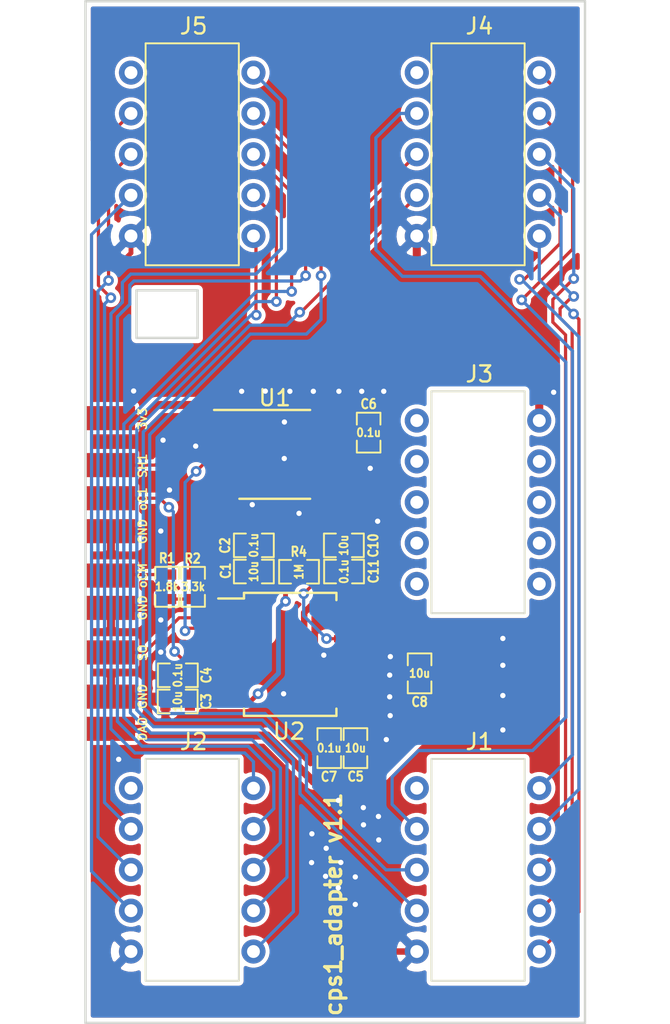
<source format=kicad_pcb>
(kicad_pcb (version 20171130) (host pcbnew 5.1.2+dfsg1-1)
  (layers (0 F.Cu signal) (31 B.Cu signal) (34 B.Paste user) (35 F.Paste user) (36 B.SilkS user) (37 F.SilkS user) (38 B.Mask user) (39 F.Mask user) (44 Edge.Cuts user))
  (net 0 "")
  (net 1 GND)
  (net 2 /DAO)
  (net 3 /DVDD3V3)
  (net 4 /SO)
  (net 5 /oC1)
  (net 6 /SH1)
  (net 7 /oCM)
  (net 8 "Net-(R1-Pad2)")
  (net 9 /VMID)
  (net 10 "Net-(C8-Pad2)")
  (net 11 "Net-(C5-Pad1)")
  (net 12 /DVDD5V)
  (net 13 "Net-(J4-Pad1)")
  (net 14 /B3)
  (net 15 /B0)
  (net 16 /G0)
  (net 17 /B1)
  (net 18 /G1)
  (net 19 /B2)
  (net 20 /G2)
  (net 21 /G3)
  (net 22 "Net-(J1-Pad1)")
  (net 23 "Net-(J2-Pad1)")
  (net 24 /R3)
  (net 25 /R0)
  (net 26 /F0)
  (net 27 /R1)
  (net 28 /F1)
  (net 29 /R2)
  (net 30 /F2)
  (net 31 /F3)
  (net 32 "Net-(J3-Pad5)")
  (net 33 "Net-(J3-Pad9)")
  (net 34 "Net-(J3-Pad4)")
  (net 35 "Net-(J3-Pad8)")
  (net 36 "Net-(J3-Pad3)")
  (net 37 "Net-(J3-Pad7)")
  (net 38 "Net-(J3-Pad2)")
  (net 39 "Net-(J3-Pad6)")
  (net 40 "Net-(J3-Pad1)")
  (net 41 "Net-(J5-Pad1)")
  (net 42 /LRCLK)
  (net 43 "Net-(U1-Pad6)")
  (net 44 "Net-(U1-Pad7)")
  (net 45 "Net-(U1-Pad9)")
  (net 46 "Net-(U2-Pad7)")
  (net 47 "Net-(U2-Pad9)")
  (net 48 "Net-(U2-Pad15)")
  (net 49 "Net-(U2-Pad18)")
  (module Package_SO:SSOP-20_5.3x7.2mm_P0.65mm (layer F.Cu) (at 53.35 71.68)
    (fp_text reference U2 (at -0.07 4.79 180) (layer F.SilkS))
    (fp_text value WM8782)
    (pad 1 smd rect (at -3.6 -2.925) (size 1.75 0.45) (layers F.Cu F.Paste F.Mask) (net 8 "Net-(R1-Pad2)"))
    (pad 2 smd rect (at -3.6 -2.275) (size 1.75 0.45) (layers F.Cu F.Paste F.Mask) (net 4 /SO))
    (pad 3 smd rect (at -3.6 -1.625) (size 1.75 0.45) (layers F.Cu F.Paste F.Mask) (net 42 /LRCLK))
    (pad 4 smd rect (at -3.6 -0.975) (size 1.75 0.45) (layers F.Cu F.Paste F.Mask) (net 1 GND))
    (pad 5 smd rect (at -3.6 -0.325) (size 1.75 0.45) (layers F.Cu F.Paste F.Mask) (net 3 /DVDD3V3))
    (pad 6 smd rect (at -3.6 0.325) (size 1.75 0.45) (layers F.Cu F.Paste F.Mask) (net 5 /oC1))
    (pad 7 smd rect (at -3.6 0.975) (size 1.75 0.45) (layers F.Cu F.Paste F.Mask) (net 46 "Net-(U2-Pad7)"))
    (pad 8 smd rect (at -3.6 1.625) (size 1.75 0.45) (layers F.Cu F.Paste F.Mask) (net 1 GND))
    (pad 9 smd rect (at -3.6 2.275) (size 1.75 0.45) (layers F.Cu F.Paste F.Mask) (net 47 "Net-(U2-Pad9)"))
    (pad 10 smd rect (at -3.6 2.925) (size 1.75 0.45) (layers F.Cu F.Paste F.Mask) (net 9 /VMID))
    (pad 11 smd rect (at 3.6 2.925) (size 1.75 0.45) (layers F.Cu F.Paste F.Mask) (net 1 GND))
    (pad 12 smd rect (at 3.6 2.275) (size 1.75 0.45) (layers F.Cu F.Paste F.Mask) (net 11 "Net-(C5-Pad1)"))
    (pad 13 smd rect (at 3.6 1.625) (size 1.75 0.45) (layers F.Cu F.Paste F.Mask) (net 12 /DVDD5V))
    (pad 14 smd rect (at 3.6 0.975) (size 1.75 0.45) (layers F.Cu F.Paste F.Mask) (net 1 GND))
    (pad 15 smd rect (at 3.6 0.325) (size 1.75 0.45) (layers F.Cu F.Paste F.Mask) (net 48 "Net-(U2-Pad15)"))
    (pad 16 smd rect (at 3.6 -0.325) (size 1.75 0.45) (layers F.Cu F.Paste F.Mask) (net 48 "Net-(U2-Pad15)"))
    (pad 17 smd rect (at 3.6 -0.975) (size 1.75 0.45) (layers F.Cu F.Paste F.Mask) (net 10 "Net-(C8-Pad2)"))
    (pad 18 smd rect (at 3.6 -1.625) (size 1.75 0.45) (layers F.Cu F.Paste F.Mask) (net 49 "Net-(U2-Pad18)"))
    (pad 19 smd rect (at 3.6 -2.275) (size 1.75 0.45) (layers F.Cu F.Paste F.Mask) (net 49 "Net-(U2-Pad18)"))
    (pad 20 smd rect (at 3.6 -2.925) (size 1.75 0.45) (layers F.Cu F.Paste F.Mask) (net 1 GND))
  )
  (module Package_SO:TSSOP-16_4.4x5mm_P0.65mm (layer F.Cu) (at 52.39 59.28)
    (fp_text reference U1 (at 0 -3.55) (layer F.SilkS))
    (fp_text value 74LVC112)
    (pad 1 smd rect (at -2.95 -2.275) (size 1.5 0.45) (layers F.Cu F.Paste F.Mask) (net 6 /SH1))
    (pad 2 smd rect (at -2.95 -1.625) (size 1.5 0.45) (layers F.Cu F.Paste F.Mask) (net 3 /DVDD3V3))
    (pad 3 smd rect (at -2.95 -0.975) (size 1.5 0.45) (layers F.Cu F.Paste F.Mask) (net 3 /DVDD3V3))
    (pad 4 smd rect (at -2.95 -0.325) (size 1.5 0.45) (layers F.Cu F.Paste F.Mask) (net 3 /DVDD3V3))
    (pad 5 smd rect (at -2.95 0.325) (size 1.5 0.45) (layers F.Cu F.Paste F.Mask) (net 42 /LRCLK))
    (pad 6 smd rect (at -2.95 0.975) (size 1.5 0.45) (layers F.Cu F.Paste F.Mask) (net 43 "Net-(U1-Pad6)"))
    (pad 7 smd rect (at -2.95 1.625) (size 1.5 0.45) (layers F.Cu F.Paste F.Mask) (net 44 "Net-(U1-Pad7)"))
    (pad 8 smd rect (at -2.95 2.275) (size 1.5 0.45) (layers F.Cu F.Paste F.Mask) (net 1 GND))
    (pad 9 smd rect (at 2.95 2.275) (size 1.5 0.45) (layers F.Cu F.Paste F.Mask) (net 45 "Net-(U1-Pad9)"))
    (pad 10 smd rect (at 2.95 1.625) (size 1.5 0.45) (layers F.Cu F.Paste F.Mask) (net 3 /DVDD3V3))
    (pad 11 smd rect (at 2.95 0.975) (size 1.5 0.45) (layers F.Cu F.Paste F.Mask) (net 1 GND))
    (pad 12 smd rect (at 2.95 0.325) (size 1.5 0.45) (layers F.Cu F.Paste F.Mask) (net 1 GND))
    (pad 13 smd rect (at 2.95 -0.325) (size 1.5 0.45) (layers F.Cu F.Paste F.Mask) (net 1 GND))
    (pad 14 smd rect (at 2.95 -0.975) (size 1.5 0.45) (layers F.Cu F.Paste F.Mask) (net 1 GND))
    (pad 15 smd rect (at 2.95 -1.625) (size 1.5 0.45) (layers F.Cu F.Paste F.Mask) (net 3 /DVDD3V3))
    (pad 16 smd rect (at 2.95 -2.275) (size 1.5 0.45) (layers F.Cu F.Paste F.Mask) (net 3 /DVDD3V3))
  )
  (module custom_components:HLE-105-02-G-DV-PE (layer F.Cu) (at 43.445 35.5)
    (fp_text reference J5 (at 3.89636 -2.88798) (layer F.SilkS))
    (fp_text value Conn_02x05_Counter_Clockwise)
    (pad 1 thru_hole circle (at 0 0) (size 1.5 1.5) (drill 0.8) (layers *.Cu *.Mask) (net 41 "Net-(J5-Pad1)"))
    (pad 6 thru_hole circle (at 7.62 10.16) (size 1.5 1.5) (drill 0.8) (layers *.Cu *.Mask) (net 24 /R3))
    (pad 2 thru_hole circle (at 0 2.54) (size 1.5 1.5) (drill 0.8) (layers *.Cu *.Mask) (net 25 /R0))
    (pad 7 thru_hole circle (at 7.62 7.62) (size 1.5 1.5) (drill 0.8) (layers *.Cu *.Mask) (net 26 /F0))
    (pad 3 thru_hole circle (at 0 5.08) (size 1.5 1.5) (drill 0.8) (layers *.Cu *.Mask) (net 27 /R1))
    (pad 8 thru_hole circle (at 7.62 5.08) (size 1.5 1.5) (drill 0.8) (layers *.Cu *.Mask) (net 28 /F1))
    (pad 4 thru_hole circle (at 0 7.62) (size 1.5 1.5) (drill 0.8) (layers *.Cu *.Mask) (net 29 /R2))
    (pad 9 thru_hole circle (at 7.62 2.54) (size 1.5 1.5) (drill 0.8) (layers *.Cu *.Mask) (net 30 /F2))
    (pad 5 thru_hole circle (at 0 10.16) (size 1.5 1.5) (drill 0.8) (layers *.Cu *.Mask) (net 1 GND))
    (pad 10 thru_hole circle (at 7.62 0) (size 1.5 1.5) (drill 0.8) (layers *.Cu *.Mask) (net 31 /F3))
  )
  (module custom_components:HLE-105-02-G-DV-PE (layer F.Cu) (at 61.225 57.14)
    (fp_text reference J3 (at 3.89636 -2.88798) (layer F.SilkS))
    (fp_text value Conn_02x05_Counter_Clockwise)
    (pad 10 thru_hole circle (at 7.62 0) (size 1.5 1.5) (drill 0.8) (layers *.Cu *.Mask) (net 12 /DVDD5V))
    (pad 5 thru_hole circle (at 0 10.16) (size 1.5 1.5) (drill 0.8) (layers *.Cu *.Mask) (net 32 "Net-(J3-Pad5)"))
    (pad 9 thru_hole circle (at 7.62 2.54) (size 1.5 1.5) (drill 0.8) (layers *.Cu *.Mask) (net 33 "Net-(J3-Pad9)"))
    (pad 4 thru_hole circle (at 0 7.62) (size 1.5 1.5) (drill 0.8) (layers *.Cu *.Mask) (net 34 "Net-(J3-Pad4)"))
    (pad 8 thru_hole circle (at 7.62 5.08) (size 1.5 1.5) (drill 0.8) (layers *.Cu *.Mask) (net 35 "Net-(J3-Pad8)"))
    (pad 3 thru_hole circle (at 0 5.08) (size 1.5 1.5) (drill 0.8) (layers *.Cu *.Mask) (net 36 "Net-(J3-Pad3)"))
    (pad 7 thru_hole circle (at 7.62 7.62) (size 1.5 1.5) (drill 0.8) (layers *.Cu *.Mask) (net 37 "Net-(J3-Pad7)"))
    (pad 2 thru_hole circle (at 0 2.54) (size 1.5 1.5) (drill 0.8) (layers *.Cu *.Mask) (net 38 "Net-(J3-Pad2)"))
    (pad 6 thru_hole circle (at 7.62 10.16) (size 1.5 1.5) (drill 0.8) (layers *.Cu *.Mask) (net 39 "Net-(J3-Pad6)"))
    (pad 1 thru_hole circle (at 0 0) (size 1.5 1.5) (drill 0.8) (layers *.Cu *.Mask) (net 40 "Net-(J3-Pad1)"))
  )
  (module custom_components:HLE-105-02-G-DV-PE (layer F.Cu) (at 43.445 80)
    (fp_text reference J2 (at 3.89636 -2.88798) (layer F.SilkS))
    (fp_text value Conn_02x05_Counter_Clockwise)
    (pad 1 thru_hole circle (at 0 0) (size 1.5 1.5) (drill 0.8) (layers *.Cu *.Mask) (net 23 "Net-(J2-Pad1)"))
    (pad 6 thru_hole circle (at 7.62 10.16) (size 1.5 1.5) (drill 0.8) (layers *.Cu *.Mask) (net 24 /R3))
    (pad 2 thru_hole circle (at 0 2.54) (size 1.5 1.5) (drill 0.8) (layers *.Cu *.Mask) (net 25 /R0))
    (pad 7 thru_hole circle (at 7.62 7.62) (size 1.5 1.5) (drill 0.8) (layers *.Cu *.Mask) (net 26 /F0))
    (pad 3 thru_hole circle (at 0 5.08) (size 1.5 1.5) (drill 0.8) (layers *.Cu *.Mask) (net 27 /R1))
    (pad 8 thru_hole circle (at 7.62 5.08) (size 1.5 1.5) (drill 0.8) (layers *.Cu *.Mask) (net 28 /F1))
    (pad 4 thru_hole circle (at 0 7.62) (size 1.5 1.5) (drill 0.8) (layers *.Cu *.Mask) (net 29 /R2))
    (pad 9 thru_hole circle (at 7.62 2.54) (size 1.5 1.5) (drill 0.8) (layers *.Cu *.Mask) (net 30 /F2))
    (pad 5 thru_hole circle (at 0 10.16) (size 1.5 1.5) (drill 0.8) (layers *.Cu *.Mask) (net 1 GND))
    (pad 10 thru_hole circle (at 7.62 0) (size 1.5 1.5) (drill 0.8) (layers *.Cu *.Mask) (net 31 /F3))
  )
  (module custom_components:HLE-105-02-G-DV-PE (layer F.Cu) (at 61.225 80)
    (fp_text reference J1 (at 3.89636 -2.88798) (layer F.SilkS))
    (fp_text value Conn_02x05_Counter_Clockwise)
    (pad 10 thru_hole circle (at 7.62 0) (size 1.5 1.5) (drill 0.8) (layers *.Cu *.Mask) (net 21 /G3))
    (pad 5 thru_hole circle (at 0 10.16) (size 1.5 1.5) (drill 0.8) (layers *.Cu *.Mask) (net 1 GND))
    (pad 9 thru_hole circle (at 7.62 2.54) (size 1.5 1.5) (drill 0.8) (layers *.Cu *.Mask) (net 20 /G2))
    (pad 4 thru_hole circle (at 0 7.62) (size 1.5 1.5) (drill 0.8) (layers *.Cu *.Mask) (net 19 /B2))
    (pad 8 thru_hole circle (at 7.62 5.08) (size 1.5 1.5) (drill 0.8) (layers *.Cu *.Mask) (net 18 /G1))
    (pad 3 thru_hole circle (at 0 5.08) (size 1.5 1.5) (drill 0.8) (layers *.Cu *.Mask) (net 17 /B1))
    (pad 7 thru_hole circle (at 7.62 7.62) (size 1.5 1.5) (drill 0.8) (layers *.Cu *.Mask) (net 16 /G0))
    (pad 2 thru_hole circle (at 0 2.54) (size 1.5 1.5) (drill 0.8) (layers *.Cu *.Mask) (net 15 /B0))
    (pad 6 thru_hole circle (at 7.62 10.16) (size 1.5 1.5) (drill 0.8) (layers *.Cu *.Mask) (net 14 /B3))
    (pad 1 thru_hole circle (at 0 0) (size 1.5 1.5) (drill 0.8) (layers *.Cu *.Mask) (net 22 "Net-(J1-Pad1)"))
  )
  (module custom_components:HLE-105-02-G-DV-PE (layer F.Cu) (at 61.225 35.5)
    (fp_text reference J4 (at 3.89636 -2.88798) (layer F.SilkS))
    (fp_text value Conn_02x05_Counter_Clockwise)
    (pad 1 thru_hole circle (at 0 0) (size 1.5 1.5) (drill 0.8) (layers *.Cu *.Mask) (net 13 "Net-(J4-Pad1)"))
    (pad 6 thru_hole circle (at 7.62 10.16) (size 1.5 1.5) (drill 0.8) (layers *.Cu *.Mask) (net 14 /B3))
    (pad 2 thru_hole circle (at 0 2.54) (size 1.5 1.5) (drill 0.8) (layers *.Cu *.Mask) (net 15 /B0))
    (pad 7 thru_hole circle (at 7.62 7.62) (size 1.5 1.5) (drill 0.8) (layers *.Cu *.Mask) (net 16 /G0))
    (pad 3 thru_hole circle (at 0 5.08) (size 1.5 1.5) (drill 0.8) (layers *.Cu *.Mask) (net 17 /B1))
    (pad 8 thru_hole circle (at 7.62 5.08) (size 1.5 1.5) (drill 0.8) (layers *.Cu *.Mask) (net 18 /G1))
    (pad 4 thru_hole circle (at 0 7.62) (size 1.5 1.5) (drill 0.8) (layers *.Cu *.Mask) (net 19 /B2))
    (pad 9 thru_hole circle (at 7.62 2.54) (size 1.5 1.5) (drill 0.8) (layers *.Cu *.Mask) (net 20 /G2))
    (pad 5 thru_hole circle (at 0 10.16) (size 1.5 1.5) (drill 0.8) (layers *.Cu *.Mask) (net 1 GND))
    (pad 10 thru_hole circle (at 7.62 0) (size 1.5 1.5) (drill 0.8) (layers *.Cu *.Mask) (net 21 /G3))
  )
  (module custom_components:SM0603_Capa_libcms (layer F.Cu) (at 51.09 64.9 180)
    (fp_text reference C2 (at 1.79 -0.01 270) (layer F.SilkS) (effects (font (size 0.5842 0.508) (thickness 0.127))))
    (fp_text value 0.1u (at 0 0 270) (layer F.SilkS) (effects (font (size 0.508 0.4572) (thickness 0.1143))))
    (pad 1 smd rect (at -0.762 0 180) (size 0.635 1.143) (layers F.Cu F.Paste F.Mask) (net 3 /DVDD3V3))
    (pad 2 smd rect (at 0.762 0 180) (size 0.635 1.143) (layers F.Cu F.Paste F.Mask) (net 1 GND))
  )
  (module custom_components:SM0603_Capa_libcms (layer F.Cu) (at 46.35 74.61 180)
    (fp_text reference C3 (at -1.778 0 270) (layer F.SilkS) (effects (font (size 0.5842 0.508) (thickness 0.127))))
    (fp_text value 10u (at 0 0 270) (layer F.SilkS) (effects (font (size 0.508 0.4572) (thickness 0.1143))))
    (pad 2 smd rect (at 0.762 0 180) (size 0.635 1.143) (layers F.Cu F.Paste F.Mask) (net 1 GND))
    (pad 1 smd rect (at -0.762 0 180) (size 0.635 1.143) (layers F.Cu F.Paste F.Mask) (net 9 /VMID))
  )
  (module custom_components:SM0603_Capa_libcms (layer F.Cu) (at 46.36 72.98 180)
    (fp_text reference C4 (at -1.778 0 270) (layer F.SilkS) (effects (font (size 0.5842 0.508) (thickness 0.127))))
    (fp_text value 0.1u (at 0 0 270) (layer F.SilkS) (effects (font (size 0.508 0.4572) (thickness 0.1143))))
    (pad 1 smd rect (at -0.762 0 180) (size 0.635 1.143) (layers F.Cu F.Paste F.Mask) (net 9 /VMID))
    (pad 2 smd rect (at 0.762 0 180) (size 0.635 1.143) (layers F.Cu F.Paste F.Mask) (net 1 GND))
  )
  (module custom_components:SM0603_Capa_libcms (layer F.Cu) (at 57.41 77.51 270)
    (fp_text reference C5 (at 1.77 -0.01) (layer F.SilkS) (effects (font (size 0.5842 0.508) (thickness 0.127))))
    (fp_text value 10u (at 0 0) (layer F.SilkS) (effects (font (size 0.508 0.4572) (thickness 0.1143))))
    (pad 1 smd rect (at -0.762 0 270) (size 0.635 1.143) (layers F.Cu F.Paste F.Mask) (net 11 "Net-(C5-Pad1)"))
    (pad 2 smd rect (at 0.762 0 270) (size 0.635 1.143) (layers F.Cu F.Paste F.Mask) (net 1 GND))
  )
  (module custom_components:SM0603_Capa_libcms (layer F.Cu) (at 56.7 66.53)
    (fp_text reference C11 (at 1.84 -0.01 90) (layer F.SilkS) (effects (font (size 0.5842 0.508) (thickness 0.127))))
    (fp_text value 0.1u (at 0 0 90) (layer F.SilkS) (effects (font (size 0.508 0.4572) (thickness 0.1143))))
    (pad 1 smd rect (at -0.762 0) (size 0.635 1.143) (layers F.Cu F.Paste F.Mask) (net 12 /DVDD5V))
    (pad 2 smd rect (at 0.762 0) (size 0.635 1.143) (layers F.Cu F.Paste F.Mask) (net 1 GND))
  )
  (module custom_components:SM0603_Capa_libcms (layer F.Cu) (at 56.69 64.9)
    (fp_text reference C10 (at 1.83 0.01 90) (layer F.SilkS) (effects (font (size 0.5842 0.508) (thickness 0.127))))
    (fp_text value 10u (at 0 0 90) (layer F.SilkS) (effects (font (size 0.508 0.4572) (thickness 0.1143))))
    (pad 2 smd rect (at 0.762 0) (size 0.635 1.143) (layers F.Cu F.Paste F.Mask) (net 1 GND))
    (pad 1 smd rect (at -0.762 0) (size 0.635 1.143) (layers F.Cu F.Paste F.Mask) (net 12 /DVDD5V))
  )
  (module custom_components:SM0603_Capa_libcms (layer F.Cu) (at 61.4 72.86 90)
    (fp_text reference C8 (at -1.778 0) (layer F.SilkS) (effects (font (size 0.5842 0.508) (thickness 0.127))))
    (fp_text value 10u (at 0 0) (layer F.SilkS) (effects (font (size 0.508 0.4572) (thickness 0.1143))))
    (pad 2 smd rect (at 0.762 0 90) (size 0.635 1.143) (layers F.Cu F.Paste F.Mask) (net 10 "Net-(C8-Pad2)"))
    (pad 1 smd rect (at -0.762 0 90) (size 0.635 1.143) (layers F.Cu F.Paste F.Mask) (net 2 /DAO))
  )
  (module custom_components:SM0603_Capa_libcms (layer F.Cu) (at 55.78 77.51 270)
    (fp_text reference C7 (at 1.78 0.02) (layer F.SilkS) (effects (font (size 0.5842 0.508) (thickness 0.127))))
    (fp_text value 0.1u (at 0 0) (layer F.SilkS) (effects (font (size 0.508 0.4572) (thickness 0.1143))))
    (pad 1 smd rect (at -0.762 0 270) (size 0.635 1.143) (layers F.Cu F.Paste F.Mask) (net 11 "Net-(C5-Pad1)"))
    (pad 2 smd rect (at 0.762 0 270) (size 0.635 1.143) (layers F.Cu F.Paste F.Mask) (net 1 GND))
  )
  (module custom_components:SM0603_Capa_libcms (layer F.Cu) (at 58.23 57.89 270)
    (fp_text reference C6 (at -1.778 0) (layer F.SilkS) (effects (font (size 0.5842 0.508) (thickness 0.127))))
    (fp_text value 0.1u (at 0 0) (layer F.SilkS) (effects (font (size 0.508 0.4572) (thickness 0.1143))))
    (pad 2 smd rect (at 0.762 0 270) (size 0.635 1.143) (layers F.Cu F.Paste F.Mask) (net 1 GND))
    (pad 1 smd rect (at -0.762 0 270) (size 0.635 1.143) (layers F.Cu F.Paste F.Mask) (net 3 /DVDD3V3))
  )
  (module custom_components:SM0603_Capa_libcms (layer F.Cu) (at 51.09 66.53 180)
    (fp_text reference C1 (at 1.75 0.05 270) (layer F.SilkS) (effects (font (size 0.5842 0.508) (thickness 0.127))))
    (fp_text value 10u (at 0 0 270) (layer F.SilkS) (effects (font (size 0.508 0.4572) (thickness 0.1143))))
    (pad 1 smd rect (at -0.762 0 180) (size 0.635 1.143) (layers F.Cu F.Paste F.Mask) (net 3 /DVDD3V3))
    (pad 2 smd rect (at 0.762 0 180) (size 0.635 1.143) (layers F.Cu F.Paste F.Mask) (net 1 GND))
  )
  (module custom_components:SM0603_Resistor_libcms (layer F.Cu) (at 53.9 66.54)
    (fp_text reference R4 (at -0.02 -1.24 180) (layer F.SilkS) (effects (font (size 0.5842 0.508) (thickness 0.127))))
    (fp_text value 1M (at 0 0 90) (layer F.SilkS) (effects (font (size 0.508 0.4572) (thickness 0.1143))))
    (pad 1 smd rect (at -0.762 0) (size 0.635 1.143) (layers F.Cu F.Paste F.Mask) (net 9 /VMID))
    (pad 2 smd rect (at 0.762 0) (size 0.635 1.143) (layers F.Cu F.Paste F.Mask) (net 10 "Net-(C8-Pad2)"))
  )
  (module custom_components:SM0603_Resistor_libcms (layer F.Cu) (at 47.31 67.48 90)
    (fp_text reference R2 (at 1.76 -0.03 180) (layer F.SilkS) (effects (font (size 0.5842 0.508) (thickness 0.127))))
    (fp_text value 3.3k (at 0 0 180) (layer F.SilkS) (effects (font (size 0.508 0.4572) (thickness 0.1143))))
    (pad 1 smd rect (at -0.762 0 90) (size 0.635 1.143) (layers F.Cu F.Paste F.Mask) (net 8 "Net-(R1-Pad2)"))
    (pad 2 smd rect (at 0.762 0 90) (size 0.635 1.143) (layers F.Cu F.Paste F.Mask) (net 1 GND))
  )
  (module custom_components:SM0603_Resistor_libcms (layer F.Cu) (at 45.69 67.48 270)
    (fp_text reference R1 (at -1.778 0) (layer F.SilkS) (effects (font (size 0.5842 0.508) (thickness 0.127))))
    (fp_text value 1.8k (at 0 0) (layer F.SilkS) (effects (font (size 0.508 0.4572) (thickness 0.1143))))
    (pad 2 smd rect (at 0.762 0 270) (size 0.635 1.143) (layers F.Cu F.Paste F.Mask) (net 8 "Net-(R1-Pad2)"))
    (pad 1 smd rect (at -0.762 0 270) (size 0.635 1.143) (layers F.Cu F.Paste F.Mask) (net 7 /oCM))
  )
  (module custom_components:SMD_PAD (layer F.Cu) (at 42.2 66.78)
    (fp_text reference TP9 hide)
    (fp_text value oCM (at 1.97 0 90) (layer F.SilkS) (effects (font (size 0.508 0.508) (thickness 0.1))))
    (pad 1 smd rect (at 0 0) (size 3 1.5) (layers F.Cu F.Mask) (net 7 /oCM))
  )
  (module custom_components:SMD_PAD (layer F.Cu) (at 42.2 68.79)
    (fp_text reference TP8 hide)
    (fp_text value GND (at 1.97 -0.01 90) (layer F.SilkS) (effects (font (size 0.508 0.508) (thickness 0.1))))
    (pad 1 smd rect (at 0 0) (size 3 1.5) (layers F.Cu F.Mask) (net 1 GND))
  )
  (module custom_components:SMD_PAD (layer F.Cu) (at 42.2 59.91)
    (fp_text reference TP7 hide)
    (fp_text value SH1 (at 1.97 0.04 90) (layer F.SilkS) (effects (font (size 0.508 0.508) (thickness 0.1))))
    (pad 1 smd rect (at 0 0) (size 3 1.5) (layers F.Cu F.Mask) (net 6 /SH1))
  )
  (module custom_components:SMD_PAD (layer F.Cu) (at 42.2 61.97)
    (fp_text reference TP6 hide)
    (fp_text value oC1 (at 1.97 0.05 90) (layer F.SilkS) (effects (font (size 0.508 0.508) (thickness 0.1))))
    (pad 1 smd rect (at 0 0) (size 3 1.5) (layers F.Cu F.Mask) (net 5 /oC1))
  )
  (module custom_components:SMD_PAD (layer F.Cu) (at 42.2 64.02)
    (fp_text reference TP5 hide)
    (fp_text value GND (at 1.97 0.02 90) (layer F.SilkS) (effects (font (size 0.508 0.508) (thickness 0.1))))
    (pad 1 smd rect (at 0 0) (size 3 1.5) (layers F.Cu F.Mask) (net 1 GND))
  )
  (module custom_components:SMD_PAD (layer F.Cu) (at 42.2 71.56)
    (fp_text reference TP4 hide)
    (fp_text value SO (at 1.97 0.02 90) (layer F.SilkS) (effects (font (size 0.508 0.508) (thickness 0.1))))
    (pad 1 smd rect (at 0 0) (size 3 1.5) (layers F.Cu F.Mask) (net 4 /SO))
  )
  (module custom_components:SMD_PAD (layer F.Cu) (at 42.2 56.99)
    (fp_text reference TP3 hide)
    (fp_text value 3v3 (at 1.97 0.04 90) (layer F.SilkS) (effects (font (size 0.508 0.508) (thickness 0.1))))
    (pad 1 smd rect (at 0 0) (size 3 1.5) (layers F.Cu F.Mask) (net 3 /DVDD3V3))
  )
  (module custom_components:SMD_PAD (layer F.Cu) (at 42.2 76.31)
    (fp_text reference TP2 hide)
    (fp_text value DAO (at 1.97 0.01 90) (layer F.SilkS) (effects (font (size 0.508 0.508) (thickness 0.1))))
    (pad 1 smd rect (at 0 0) (size 3 1.5) (layers F.Cu F.Mask) (net 2 /DAO))
  )
  (module custom_components:SMD_PAD (layer F.Cu) (at 42.2 74.31)
    (fp_text reference TP1 hide)
    (fp_text value GND (at 1.97 -0.01 90) (layer F.SilkS) (effects (font (size 0.508 0.508) (thickness 0.1))))
    (pad 1 smd rect (at 0 0) (size 3 1.5) (layers F.Cu F.Mask) (net 1 GND))
  )
  (gr_line (start 43.79 52) (end 43.79 49.04) (layer Edge.Cuts) (width 0.15))
  (gr_line (start 47.59 52) (end 43.79 52) (layer Edge.Cuts) (width 0.15))
  (gr_line (start 47.59 49.04) (end 47.59 52) (layer Edge.Cuts) (width 0.15))
  (gr_line (start 43.79 49.04) (end 47.59 49.04) (layer Edge.Cuts) (width 0.15))
  (gr_text "cps1_adapter v1.1" (at 56.04 87.22 90) (layer F.SilkS) (effects (font (size 1 1) (thickness 0.2))))
  (gr_line (start 62.14 69.12) (end 62.14 55.32) (layer Edge.Cuts) (width 0.1))
  (gr_line (start 67.93 69.12) (end 62.14 69.12) (layer Edge.Cuts) (width 0.1))
  (gr_line (start 67.93 55.32) (end 67.93 69.12) (layer Edge.Cuts) (width 0.1))
  (gr_line (start 62.14 55.32) (end 67.93 55.32) (layer Edge.Cuts) (width 0.1))
  (gr_line (start 62.14 91.98) (end 62.14 78.18) (layer Edge.Cuts) (width 0.1))
  (gr_line (start 67.94 91.98) (end 62.14 91.98) (layer Edge.Cuts) (width 0.1))
  (gr_line (start 67.94 78.18) (end 67.94 91.98) (layer Edge.Cuts) (width 0.1))
  (gr_line (start 62.14 78.18) (end 67.94 78.18) (layer Edge.Cuts) (width 0.1))
  (gr_line (start 44.36 91.98) (end 44.36 78.18) (layer Edge.Cuts) (width 0.1))
  (gr_line (start 50.15 91.98) (end 44.36 91.98) (layer Edge.Cuts) (width 0.1))
  (gr_line (start 50.15 78.18) (end 50.15 91.98) (layer Edge.Cuts) (width 0.1))
  (gr_line (start 44.36 78.18) (end 50.15 78.18) (layer Edge.Cuts) (width 0.1))
  (gr_line (start 40.616 31.06) (end 71.69 31.06) (layer Edge.Cuts) (width 0.15))
  (gr_line (start 40.616 94.6) (end 40.616 31.06) (layer Edge.Cuts) (width 0.15))
  (gr_line (start 71.69 94.6) (end 40.616 94.6) (layer Edge.Cuts) (width 0.15))
  (gr_line (start 71.69 31.06) (end 71.69 94.6) (layer Edge.Cuts) (width 0.15))
  (segment (start 45.288 74.31) (end 45.588 74.61) (width 0.5) (layer F.Cu) (net 1))
  (segment (start 42.2 74.31) (end 45.288 74.31) (width 0.5) (layer F.Cu) (net 1))
  (segment (start 45.588 72.99) (end 45.598 72.98) (width 0.5) (layer F.Cu) (net 1))
  (segment (start 45.588 74.61) (end 45.588 72.99) (width 0.5) (layer F.Cu) (net 1))
  (segment (start 45.588 74.864) (end 45.59 74.866) (width 0.5) (layer F.Cu) (net 1))
  (segment (start 45.588 74.61) (end 45.588 74.864) (width 0.5) (layer F.Cu) (net 1))
  (via (at 45.3 69.54) (size 0.66) (drill 0.33) (layers F.Cu B.Cu) (net 1))
  (segment (start 42.2 68.79) (end 44.55 68.79) (width 0.2) (layer F.Cu) (net 1))
  (segment (start 44.55 68.79) (end 45.3 69.54) (width 0.2) (layer F.Cu) (net 1))
  (via (at 45.3 71.54) (size 0.66) (drill 0.33) (layers F.Cu B.Cu) (net 1))
  (segment (start 45.3 69.54) (end 45.3 71.54) (width 0.2) (layer B.Cu) (net 1))
  (segment (start 45.3 72.682) (end 45.598 72.98) (width 0.2) (layer F.Cu) (net 1))
  (segment (start 45.3 71.54) (end 45.3 72.682) (width 0.2) (layer F.Cu) (net 1))
  (segment (start 45.857611 70.870025) (end 46.830025 70.870025) (width 0.2) (layer F.Cu) (net 1))
  (segment (start 45.3 71.54) (end 45.3 71.427636) (width 0.2) (layer F.Cu) (net 1))
  (segment (start 45.3 71.427636) (end 45.857611 70.870025) (width 0.2) (layer F.Cu) (net 1))
  (segment (start 46.830025 70.870025) (end 47.1 71.14) (width 0.2) (layer F.Cu) (net 1))
  (segment (start 47.1 71.14) (end 48.19 71.14) (width 0.2) (layer F.Cu) (net 1))
  (segment (start 48.625 70.705) (end 49.75 70.705) (width 0.2) (layer F.Cu) (net 1))
  (segment (start 48.19 71.14) (end 48.625 70.705) (width 0.2) (layer F.Cu) (net 1))
  (segment (start 51.025 70.705) (end 51.41 70.32) (width 0.4) (layer F.Cu) (net 1))
  (segment (start 49.75 70.705) (end 51.025 70.705) (width 0.4) (layer F.Cu) (net 1))
  (segment (start 51.41 70.32) (end 51.41 68.44) (width 0.4) (layer F.Cu) (net 1))
  (segment (start 49.688 66.718) (end 47.31 66.718) (width 0.4) (layer F.Cu) (net 1))
  (segment (start 51.41 68.44) (end 49.688 66.718) (width 0.4) (layer F.Cu) (net 1))
  (segment (start 57.1415 58.305) (end 55.34 58.305) (width 0.4) (layer F.Cu) (net 1))
  (segment (start 58.46 58.652) (end 57.4885 58.652) (width 0.4) (layer F.Cu) (net 1))
  (segment (start 57.4885 58.652) (end 57.1415 58.305) (width 0.4) (layer F.Cu) (net 1))
  (segment (start 58.157 58.955) (end 58.46 58.652) (width 0.4) (layer F.Cu) (net 1))
  (segment (start 57.16 59.605) (end 57.81 58.955) (width 0.4) (layer F.Cu) (net 1))
  (segment (start 55.34 59.605) (end 57.16 59.605) (width 0.4) (layer F.Cu) (net 1))
  (segment (start 55.34 58.955) (end 57.81 58.955) (width 0.4) (layer F.Cu) (net 1))
  (segment (start 57.81 58.955) (end 58.157 58.955) (width 0.4) (layer F.Cu) (net 1))
  (segment (start 55.34 60.255) (end 57.165 60.255) (width 0.4) (layer F.Cu) (net 1))
  (segment (start 58.206 58.652) (end 58.46 58.652) (width 0.4) (layer F.Cu) (net 1))
  (segment (start 57.165 59.693) (end 58.206 58.652) (width 0.4) (layer F.Cu) (net 1))
  (segment (start 57.165 60.255) (end 57.165 59.693) (width 0.4) (layer F.Cu) (net 1))
  (segment (start 51.645 73.305) (end 49.75 73.305) (width 0.4) (layer F.Cu) (net 1))
  (segment (start 45.588 75.5815) (end 46.0765 76.07) (width 0.4) (layer F.Cu) (net 1))
  (segment (start 46.0765 76.07) (end 51.63 76.07) (width 0.4) (layer F.Cu) (net 1))
  (segment (start 51.63 76.07) (end 52.16 75.54) (width 0.4) (layer F.Cu) (net 1))
  (segment (start 45.588 74.61) (end 45.588 75.5815) (width 0.4) (layer F.Cu) (net 1))
  (segment (start 52.16 73.82) (end 51.645 73.305) (width 0.4) (layer F.Cu) (net 1))
  (segment (start 49.876 66.53) (end 49.688 66.718) (width 0.4) (layer F.Cu) (net 1))
  (segment (start 50.328 66.53) (end 49.876 66.53) (width 0.4) (layer F.Cu) (net 1))
  (segment (start 50.328 66.53) (end 50.328 64.9) (width 0.4) (layer F.Cu) (net 1))
  (via (at 45.3 64.01) (size 0.66) (drill 0.33) (layers F.Cu B.Cu) (net 1))
  (segment (start 42.2 64.02) (end 45.29 64.02) (width 0.4) (layer F.Cu) (net 1))
  (segment (start 45.29 64.02) (end 45.3 64.01) (width 0.4) (layer F.Cu) (net 1))
  (segment (start 45.3 64.47669) (end 45.3 69.54) (width 0.4) (layer B.Cu) (net 1))
  (segment (start 45.3 64.01) (end 45.3 64.47669) (width 0.4) (layer B.Cu) (net 1))
  (segment (start 45.3 64.01) (end 47.38 66.09) (width 0.4) (layer F.Cu) (net 1))
  (segment (start 47.38 66.648) (end 47.31 66.718) (width 0.4) (layer F.Cu) (net 1))
  (segment (start 47.38 66.09) (end 47.38 66.648) (width 0.4) (layer F.Cu) (net 1))
  (segment (start 45.3 63.54331) (end 45.11 63.35331) (width 0.2) (layer B.Cu) (net 1))
  (segment (start 45.3 64.01) (end 45.3 63.54331) (width 0.2) (layer B.Cu) (net 1))
  (via (at 45.84 61.46) (size 0.66) (drill 0.33) (layers F.Cu B.Cu) (net 1))
  (segment (start 45.11 63.35331) (end 45.11 62.287598) (width 0.2) (layer B.Cu) (net 1))
  (segment (start 45.84 61.557598) (end 45.84 61.46) (width 0.2) (layer B.Cu) (net 1))
  (segment (start 45.11 62.287598) (end 45.84 61.557598) (width 0.2) (layer B.Cu) (net 1))
  (segment (start 45.84 61.46) (end 47.36 61.46) (width 0.2) (layer F.Cu) (net 1))
  (segment (start 47.455 61.555) (end 49.44 61.555) (width 0.2) (layer F.Cu) (net 1))
  (segment (start 47.36 61.46) (end 47.455 61.555) (width 0.2) (layer F.Cu) (net 1))
  (segment (start 41.47 88.185) (end 41.47 84.86) (width 0.4) (layer F.Cu) (net 1))
  (segment (start 43.445 90.16) (end 41.47 88.185) (width 0.4) (layer F.Cu) (net 1))
  (segment (start 41.47 84.86) (end 41.47 79.42) (width 0.4) (layer F.Cu) (net 1))
  (via (at 42.68 78.21) (size 0.66) (drill 0.33) (layers F.Cu B.Cu) (net 1))
  (segment (start 41.47 79.42) (end 42.68 78.21) (width 0.4) (layer F.Cu) (net 1))
  (segment (start 59.76 90.16) (end 61.225 90.16) (width 0.4) (layer F.Cu) (net 1))
  (segment (start 59.66 90.26) (end 59.76 90.16) (width 0.4) (layer F.Cu) (net 1))
  (segment (start 57.4 88) (end 59.66 90.26) (width 0.4) (layer F.Cu) (net 1))
  (segment (start 43.009999 77.880001) (end 44.009999 77.880001) (width 0.4) (layer F.Cu) (net 1))
  (segment (start 42.68 78.21) (end 43.009999 77.880001) (width 0.4) (layer F.Cu) (net 1))
  (segment (start 44.27 77.62) (end 51.22 77.62) (width 0.4) (layer F.Cu) (net 1))
  (segment (start 44.009999 77.880001) (end 44.27 77.62) (width 0.4) (layer F.Cu) (net 1))
  (segment (start 55.675 72.655) (end 54.88 71.86) (width 0.4) (layer F.Cu) (net 1))
  (segment (start 56.95 72.655) (end 55.675 72.655) (width 0.4) (layer F.Cu) (net 1))
  (segment (start 54.88 71.86) (end 54.88 69.37) (width 0.4) (layer F.Cu) (net 1))
  (segment (start 55.495 68.755) (end 56.95 68.755) (width 0.4) (layer F.Cu) (net 1))
  (segment (start 54.88 69.37) (end 55.495 68.755) (width 0.4) (layer F.Cu) (net 1))
  (segment (start 56.95 68.13) (end 57.48 67.6) (width 0.4) (layer F.Cu) (net 1))
  (segment (start 56.95 68.755) (end 56.95 68.13) (width 0.4) (layer F.Cu) (net 1))
  (segment (start 57.462 67.582) (end 57.462 66.53) (width 0.4) (layer F.Cu) (net 1))
  (segment (start 57.48 67.6) (end 57.462 67.582) (width 0.4) (layer F.Cu) (net 1))
  (via (at 55.44 71.73) (size 0.66) (drill 0.33) (layers F.Cu B.Cu) (net 1))
  (segment (start 54.88 71.86) (end 55.31 71.86) (width 0.4) (layer F.Cu) (net 1))
  (segment (start 55.31 71.86) (end 55.44 71.73) (width 0.4) (layer F.Cu) (net 1))
  (via (at 52.94 74.13) (size 0.66) (drill 0.33) (layers F.Cu B.Cu) (net 1))
  (segment (start 55.44 71.73) (end 55.34 71.73) (width 0.4) (layer B.Cu) (net 1))
  (segment (start 55.34 71.73) (end 52.94 74.13) (width 0.4) (layer B.Cu) (net 1))
  (segment (start 52.16 74.15) (end 52.16 73.82) (width 0.4) (layer F.Cu) (net 1))
  (segment (start 52.18 74.13) (end 52.94 74.13) (width 0.4) (layer F.Cu) (net 1))
  (segment (start 52.16 74.15) (end 52.18 74.13) (width 0.4) (layer F.Cu) (net 1))
  (segment (start 55.78 78.272) (end 57.41 78.272) (width 0.4) (layer F.Cu) (net 1))
  (segment (start 57.6 74.605) (end 56.95 74.605) (width 0.4) (layer F.Cu) (net 1))
  (segment (start 58.66 75.665) (end 57.6 74.605) (width 0.4) (layer F.Cu) (net 1))
  (segment (start 57.41 78.272) (end 58.3815 78.272) (width 0.4) (layer F.Cu) (net 1))
  (segment (start 58.3815 78.272) (end 58.66 77.9935) (width 0.4) (layer F.Cu) (net 1))
  (segment (start 54.7085 78.272) (end 52.16 75.7235) (width 0.5) (layer F.Cu) (net 1))
  (segment (start 55.78 78.272) (end 54.7085 78.272) (width 0.5) (layer F.Cu) (net 1))
  (segment (start 52.16 75.7235) (end 52.16 75.31) (width 0.5) (layer F.Cu) (net 1))
  (segment (start 52.16 75.54) (end 52.16 75.31) (width 0.4) (layer F.Cu) (net 1))
  (segment (start 52.16 75.31) (end 52.16 74.15) (width 0.4) (layer F.Cu) (net 1))
  (segment (start 59.21 76.86) (end 59.33 76.98) (width 0.4) (layer F.Cu) (net 1))
  (via (at 59.33 76.98) (size 0.66) (drill 0.33) (layers F.Cu B.Cu) (net 1))
  (segment (start 58.66 76.86) (end 59.21 76.86) (width 0.4) (layer F.Cu) (net 1))
  (segment (start 58.66 76.86) (end 58.66 75.665) (width 0.4) (layer F.Cu) (net 1))
  (segment (start 58.66 77.9935) (end 58.66 76.86) (width 0.4) (layer F.Cu) (net 1))
  (segment (start 59.000001 77.309999) (end 59.000001 78.079999) (width 0.4) (layer B.Cu) (net 1))
  (segment (start 59.33 76.98) (end 59.000001 77.309999) (width 0.4) (layer B.Cu) (net 1))
  (segment (start 59.000001 78.079999) (end 57.9 79.18) (width 0.4) (layer B.Cu) (net 1))
  (via (at 57.9 81.21) (size 0.66) (drill 0.33) (layers F.Cu B.Cu) (net 1))
  (segment (start 57.9 79.18) (end 57.9 81.21) (width 0.4) (layer B.Cu) (net 1))
  (segment (start 56.90331 81.74) (end 55.34 81.74) (width 0.4) (layer F.Cu) (net 1))
  (segment (start 57.9 81.21) (end 57.43331 81.21) (width 0.4) (layer F.Cu) (net 1))
  (segment (start 57.43331 81.21) (end 56.90331 81.74) (width 0.4) (layer F.Cu) (net 1))
  (segment (start 51.22 77.62) (end 55.34 81.74) (width 0.4) (layer F.Cu) (net 1))
  (segment (start 55.34 81.74) (end 57.4 83.8) (width 0.4) (layer F.Cu) (net 1))
  (segment (start 57.462 64.91) (end 57.452 64.9) (width 0.5) (layer F.Cu) (net 1))
  (segment (start 57.462 66.53) (end 57.462 64.91) (width 0.5) (layer F.Cu) (net 1))
  (via (at 58.79 63.4) (size 0.66) (drill 0.33) (layers F.Cu B.Cu) (net 1))
  (segment (start 57.452 64.9) (end 57.452 64.738) (width 0.5) (layer F.Cu) (net 1))
  (segment (start 57.452 64.738) (end 58.79 63.4) (width 0.5) (layer F.Cu) (net 1))
  (via (at 58.33 60.11) (size 0.66) (drill 0.33) (layers F.Cu B.Cu) (net 1))
  (segment (start 58.79 63.4) (end 58.79 60.57) (width 0.5) (layer B.Cu) (net 1))
  (segment (start 58.79 60.57) (end 58.33 60.11) (width 0.5) (layer B.Cu) (net 1))
  (segment (start 58.33 58.752) (end 58.23 58.652) (width 0.5) (layer F.Cu) (net 1))
  (segment (start 58.33 60.11) (end 58.33 58.752) (width 0.5) (layer F.Cu) (net 1))
  (segment (start 58.000001 60.680001) (end 55.810002 62.87) (width 0.5) (layer F.Cu) (net 1))
  (segment (start 58.33 60.11) (end 58.000001 60.439999) (width 0.5) (layer F.Cu) (net 1))
  (segment (start 58.000001 60.439999) (end 58.000001 60.680001) (width 0.5) (layer F.Cu) (net 1))
  (via (at 53.9 62.91) (size 0.66) (drill 0.33) (layers F.Cu B.Cu) (net 1))
  (segment (start 55.810002 62.87) (end 53.94 62.87) (width 0.5) (layer F.Cu) (net 1))
  (segment (start 53.94 62.87) (end 53.9 62.91) (width 0.5) (layer F.Cu) (net 1))
  (segment (start 53.9 62.91) (end 53.51 62.52) (width 0.5) (layer B.Cu) (net 1))
  (via (at 50.99 62.37) (size 0.66) (drill 0.33) (layers F.Cu B.Cu) (net 1))
  (segment (start 53.51 62.52) (end 51.14 62.52) (width 0.5) (layer B.Cu) (net 1))
  (segment (start 51.14 62.52) (end 50.99 62.37) (width 0.5) (layer B.Cu) (net 1))
  (segment (start 46.169999 61.789999) (end 45.84 61.46) (width 0.5) (layer F.Cu) (net 1))
  (segment (start 50.99 62.37) (end 50.660001 62.040001) (width 0.5) (layer F.Cu) (net 1))
  (segment (start 49.925001 62.040001) (end 49.465001 61.580001) (width 0.5) (layer F.Cu) (net 1))
  (segment (start 50.660001 62.040001) (end 49.925001 62.040001) (width 0.5) (layer F.Cu) (net 1))
  (segment (start 49.465001 61.580001) (end 49.414999 61.580001) (width 0.5) (layer F.Cu) (net 1))
  (segment (start 49.414999 61.580001) (end 49.205001 61.789999) (width 0.5) (layer F.Cu) (net 1))
  (segment (start 49.205001 61.789999) (end 46.169999 61.789999) (width 0.5) (layer F.Cu) (net 1))
  (segment (start 54.19 58.955) (end 53.625 59.52) (width 0.4) (layer F.Cu) (net 1))
  (segment (start 55.34 58.955) (end 54.19 58.955) (width 0.4) (layer F.Cu) (net 1))
  (segment (start 53.625 59.52) (end 53 59.52) (width 0.4) (layer F.Cu) (net 1))
  (via (at 52.98 59.5) (size 0.66) (drill 0.33) (layers F.Cu B.Cu) (net 1))
  (segment (start 53 59.52) (end 52.98 59.5) (width 0.4) (layer F.Cu) (net 1))
  (segment (start 52.98 59.5) (end 51.83 59.5) (width 0.4) (layer B.Cu) (net 1))
  (segment (start 50.99 60.34) (end 50.99 62.37) (width 0.4) (layer B.Cu) (net 1))
  (segment (start 51.83 59.5) (end 50.99 60.34) (width 0.4) (layer B.Cu) (net 1))
  (segment (start 52.98 61.99) (end 53.9 62.91) (width 0.4) (layer B.Cu) (net 1))
  (segment (start 52.98 59.5) (end 52.98 61.99) (width 0.4) (layer B.Cu) (net 1))
  (segment (start 59.79669 76.98) (end 60.06669 76.71) (width 0.4) (layer B.Cu) (net 1))
  (segment (start 59.33 76.98) (end 59.79669 76.98) (width 0.4) (layer B.Cu) (net 1))
  (via (at 66.58 76.38) (size 0.66) (drill 0.33) (layers F.Cu B.Cu) (net 1))
  (segment (start 60.06669 76.71) (end 66.25 76.71) (width 0.4) (layer B.Cu) (net 1))
  (segment (start 66.25 76.71) (end 66.58 76.38) (width 0.4) (layer B.Cu) (net 1))
  (via (at 66.58 74.24) (size 0.66) (drill 0.33) (layers F.Cu B.Cu) (net 1))
  (segment (start 66.58 76.38) (end 66.58 74.24) (width 0.4) (layer F.Cu) (net 1))
  (via (at 66.58 72.36) (size 0.66) (drill 0.33) (layers F.Cu B.Cu) (net 1))
  (segment (start 66.58 74.24) (end 66.58 72.36) (width 0.4) (layer B.Cu) (net 1))
  (segment (start 66.58 72.36) (end 66.58 70.69) (width 0.4) (layer F.Cu) (net 1))
  (via (at 66.58 70.69) (size 0.66) (drill 0.33) (layers F.Cu B.Cu) (net 1))
  (segment (start 66.58 70.69) (end 65.7 69.81) (width 0.4) (layer F.Cu) (net 1))
  (segment (start 65.7 69.81) (end 61.47 69.81) (width 0.4) (layer F.Cu) (net 1))
  (segment (start 58.19 66.53) (end 57.462 66.53) (width 0.4) (layer F.Cu) (net 1))
  (segment (start 61.47 69.81) (end 58.19 66.53) (width 0.4) (layer F.Cu) (net 1))
  (via (at 53.33 55.32) (size 0.66) (drill 0.33) (layers F.Cu B.Cu) (net 1))
  (segment (start 53.33 55.32) (end 54.79 55.32) (width 0.5) (layer B.Cu) (net 1))
  (via (at 54.79 55.32) (size 0.66) (drill 0.33) (layers F.Cu B.Cu) (net 1))
  (via (at 56.38 55.32) (size 0.66) (drill 0.33) (layers F.Cu B.Cu) (net 1))
  (segment (start 54.79 55.32) (end 56.38 55.32) (width 0.5) (layer F.Cu) (net 1))
  (via (at 57.8 55.32) (size 0.66) (drill 0.33) (layers F.Cu B.Cu) (net 1))
  (segment (start 56.38 55.32) (end 57.8 55.32) (width 0.5) (layer B.Cu) (net 1))
  (segment (start 57.8 55.32) (end 58.65 55.32) (width 0.5) (layer F.Cu) (net 1))
  (via (at 57.91 82.28) (size 0.66) (drill 0.33) (layers F.Cu B.Cu) (net 1))
  (segment (start 57.9 81.21) (end 57.9 82.27) (width 0.5) (layer B.Cu) (net 1))
  (segment (start 57.9 82.27) (end 57.91 82.28) (width 0.5) (layer B.Cu) (net 1))
  (via (at 58.86 83.22) (size 0.66) (drill 0.33) (layers F.Cu B.Cu) (net 1))
  (segment (start 57.91 82.28) (end 57.92 82.28) (width 0.5) (layer F.Cu) (net 1))
  (segment (start 57.92 82.28) (end 58.86 83.22) (width 0.5) (layer F.Cu) (net 1))
  (via (at 58.84 81.76) (size 0.66) (drill 0.33) (layers F.Cu B.Cu) (net 1))
  (segment (start 58.86 83.22) (end 58.86 81.78) (width 0.5) (layer B.Cu) (net 1))
  (segment (start 58.86 81.78) (end 58.84 81.76) (width 0.5) (layer B.Cu) (net 1))
  (segment (start 57.91 82.28) (end 57.87 82.28) (width 0.5) (layer F.Cu) (net 1))
  (via (at 56.35 80.76) (size 0.66) (drill 0.33) (layers F.Cu B.Cu) (net 1))
  (segment (start 57.87 82.28) (end 56.35 80.76) (width 0.5) (layer F.Cu) (net 1))
  (via (at 56.5 84.62) (size 0.66) (drill 0.33) (layers F.Cu B.Cu) (net 1))
  (segment (start 57.4 85.64) (end 57.4 85.52) (width 0.5) (layer F.Cu) (net 1))
  (segment (start 57.4 83.8) (end 57.4 85.64) (width 0.4) (layer F.Cu) (net 1))
  (via (at 55.59 83.74) (size 0.66) (drill 0.33) (layers F.Cu B.Cu) (net 1))
  (segment (start 56.5 84.62) (end 56.47 84.62) (width 0.5) (layer B.Cu) (net 1))
  (segment (start 56.47 84.62) (end 55.59 83.74) (width 0.5) (layer B.Cu) (net 1))
  (via (at 54.7 82.84) (size 0.66) (drill 0.33) (layers F.Cu B.Cu) (net 1))
  (segment (start 55.59 83.74) (end 55.59 83.73) (width 0.5) (layer F.Cu) (net 1))
  (segment (start 55.59 83.73) (end 54.7 82.84) (width 0.5) (layer F.Cu) (net 1))
  (segment (start 54.7 82.84) (end 54.7 84.61) (width 0.5) (layer B.Cu) (net 1))
  (via (at 54.68 84.63) (size 0.66) (drill 0.33) (layers F.Cu B.Cu) (net 1))
  (segment (start 54.7 84.61) (end 54.68 84.63) (width 0.5) (layer B.Cu) (net 1))
  (segment (start 54.68 84.63) (end 54.7 84.63) (width 0.5) (layer F.Cu) (net 1))
  (via (at 55.55 85.48) (size 0.66) (drill 0.33) (layers F.Cu B.Cu) (net 1))
  (segment (start 54.7 84.63) (end 55.55 85.48) (width 0.5) (layer F.Cu) (net 1))
  (via (at 56.34 86.2) (size 0.66) (drill 0.33) (layers F.Cu B.Cu) (net 1))
  (segment (start 55.55 85.48) (end 55.62 85.48) (width 0.5) (layer B.Cu) (net 1))
  (segment (start 55.62 85.48) (end 56.34 86.2) (width 0.5) (layer B.Cu) (net 1))
  (via (at 57.4 87.23) (size 0.66) (drill 0.33) (layers F.Cu B.Cu) (net 1))
  (segment (start 56.37 86.2) (end 57.4 87.23) (width 0.5) (layer F.Cu) (net 1))
  (segment (start 56.34 86.2) (end 56.37 86.2) (width 0.5) (layer F.Cu) (net 1))
  (segment (start 57.4 85.64) (end 57.4 87.23) (width 0.4) (layer F.Cu) (net 1))
  (segment (start 57.4 87.23) (end 57.4 88) (width 0.4) (layer F.Cu) (net 1))
  (via (at 57.4 85.52) (size 0.66) (drill 0.33) (layers F.Cu B.Cu) (net 1))
  (segment (start 56.5 84.62) (end 57.4 85.52) (width 0.5) (layer F.Cu) (net 1))
  (segment (start 59.33 76.98) (end 59.33 75.78) (width 0.3) (layer F.Cu) (net 1))
  (via (at 59.57 75.49) (size 0.66) (drill 0.33) (layers F.Cu B.Cu) (net 1))
  (segment (start 59.33 75.78) (end 59.57 75.54) (width 0.3) (layer F.Cu) (net 1))
  (segment (start 59.57 75.54) (end 59.57 75.49) (width 0.3) (layer F.Cu) (net 1))
  (via (at 59.54 74.32) (size 0.66) (drill 0.33) (layers F.Cu B.Cu) (net 1))
  (segment (start 59.57 75.49) (end 59.57 74.35) (width 0.3) (layer B.Cu) (net 1))
  (segment (start 59.57 74.35) (end 59.54 74.32) (width 0.3) (layer B.Cu) (net 1))
  (via (at 59.54 72.97) (size 0.66) (drill 0.33) (layers F.Cu B.Cu) (net 1))
  (segment (start 59.54 74.32) (end 59.54 72.97) (width 0.3) (layer F.Cu) (net 1))
  (via (at 59.58 71.82) (size 0.66) (drill 0.33) (layers F.Cu B.Cu) (net 1))
  (segment (start 59.54 72.97) (end 59.54 71.86) (width 0.3) (layer B.Cu) (net 1))
  (segment (start 59.54 71.86) (end 59.58 71.82) (width 0.3) (layer B.Cu) (net 1))
  (segment (start 51.81 55.32) (end 51.8 55.31) (width 0.5) (layer F.Cu) (net 1))
  (via (at 51.8 55.31) (size 0.66) (drill 0.33) (layers F.Cu B.Cu) (net 1))
  (segment (start 53.33 55.32) (end 51.81 55.32) (width 0.5) (layer F.Cu) (net 1))
  (via (at 50.33 55.32) (size 0.66) (drill 0.33) (layers F.Cu B.Cu) (net 1))
  (segment (start 51.78 55.33) (end 51.8 55.31) (width 0.5) (layer B.Cu) (net 1))
  (segment (start 50.17 55.33) (end 51.78 55.33) (width 0.5) (layer B.Cu) (net 1))
  (segment (start 49.35 55.32) (end 50.33 55.32) (width 0.5) (layer B.Cu) (net 1))
  (segment (start 43.445 46.72066) (end 43.08 47.08566) (width 0.3) (layer F.Cu) (net 1))
  (segment (start 43.445 45.66) (end 43.445 46.72066) (width 0.3) (layer F.Cu) (net 1))
  (segment (start 43.08 47.08566) (end 43.08 53.57) (width 0.3) (layer F.Cu) (net 1))
  (segment (start 52.99 57.23) (end 52.99 59.49) (width 0.3) (layer B.Cu) (net 1))
  (segment (start 52.99 59.49) (end 52.98 59.5) (width 0.3) (layer B.Cu) (net 1))
  (via (at 52.99 57.23) (size 0.66) (drill 0.33) (layers F.Cu B.Cu) (net 1))
  (via (at 43.61 55.3) (size 0.66) (drill 0.33) (layers F.Cu B.Cu) (net 1))
  (segment (start 43.08 53.57) (end 43.08 54.77) (width 0.3) (layer F.Cu) (net 1))
  (segment (start 43.08 54.77) (end 43.61 55.3) (width 0.3) (layer F.Cu) (net 1))
  (segment (start 48.42 55.32) (end 50.33 55.32) (width 0.5) (layer B.Cu) (net 1))
  (segment (start 46.29 57.45) (end 48.42 55.32) (width 0.5) (layer B.Cu) (net 1))
  (segment (start 46.02 60.81331) (end 46.02 57.71) (width 0.5) (layer B.Cu) (net 1))
  (segment (start 45.84 61.46) (end 45.84 60.99331) (width 0.5) (layer B.Cu) (net 1))
  (segment (start 45.84 60.99331) (end 46.02 60.81331) (width 0.5) (layer B.Cu) (net 1))
  (segment (start 46.02 57.71) (end 46.27 57.46) (width 0.5) (layer B.Cu) (net 1))
  (via (at 47.47 58.73) (size 0.66) (drill 0.33) (layers F.Cu B.Cu) (net 1))
  (segment (start 45.769999 58.030001) (end 45.44 58.36) (width 0.3) (layer B.Cu) (net 1))
  (segment (start 45.859993 57.940007) (end 45.769999 58.030001) (width 0.3) (layer B.Cu) (net 1))
  (segment (start 47.1 58.36) (end 45.90669 58.36) (width 0.2) (layer B.Cu) (net 1))
  (via (at 45.44 58.36) (size 0.66) (drill 0.33) (layers F.Cu B.Cu) (net 1))
  (segment (start 45.90669 58.36) (end 45.44 58.36) (width 0.2) (layer B.Cu) (net 1))
  (segment (start 47.47 58.73) (end 47.1 58.36) (width 0.2) (layer B.Cu) (net 1))
  (via (at 59.17 55.32) (size 0.66) (drill 0.33) (layers F.Cu B.Cu) (net 1))
  (segment (start 58.65 55.32) (end 59.17 55.32) (width 0.5) (layer F.Cu) (net 1))
  (segment (start 61.225 53.265) (end 59.17 55.32) (width 0.5) (layer F.Cu) (net 1))
  (segment (start 61.225 45.66) (end 61.225 53.265) (width 0.5) (layer F.Cu) (net 1))
  (segment (start 59.17 55.32) (end 59.87 54.62) (width 0.5) (layer B.Cu) (net 1))
  (segment (start 59.87 54.62) (end 68.98 54.62) (width 0.5) (layer B.Cu) (net 1))
  (via (at 69.74 55.38) (size 0.66) (drill 0.33) (layers F.Cu B.Cu) (net 1))
  (segment (start 68.98 54.62) (end 69.74 55.38) (width 0.5) (layer B.Cu) (net 1))
  (segment (start 42.2 76.31) (end 44.2 76.31) (width 0.5) (layer F.Cu) (net 2))
  (segment (start 58.54 79.59) (end 61.4 76.73) (width 0.5) (layer F.Cu) (net 2))
  (segment (start 54.79 79.59) (end 58.54 79.59) (width 0.5) (layer F.Cu) (net 2))
  (segment (start 51.93 76.73) (end 54.79 79.59) (width 0.5) (layer F.Cu) (net 2))
  (segment (start 44.62 76.73) (end 51.93 76.73) (width 0.5) (layer F.Cu) (net 2))
  (segment (start 44.2 76.31) (end 44.62 76.73) (width 0.5) (layer F.Cu) (net 2))
  (segment (start 61.4 76.73) (end 61.4 73.622) (width 0.5) (layer F.Cu) (net 2))
  (segment (start 58.337 57.005) (end 58.46 57.128) (width 0.4) (layer F.Cu) (net 3))
  (segment (start 55.34 57.655) (end 56.72 57.655) (width 0.4) (layer F.Cu) (net 3))
  (segment (start 55.34 57.005) (end 57.37 57.005) (width 0.4) (layer F.Cu) (net 3))
  (segment (start 56.72 57.655) (end 57.37 57.005) (width 0.4) (layer F.Cu) (net 3))
  (segment (start 57.37 57.005) (end 58.337 57.005) (width 0.4) (layer F.Cu) (net 3))
  (segment (start 54.19 57.655) (end 53.86 57.985) (width 0.4) (layer F.Cu) (net 3))
  (segment (start 55.34 57.655) (end 54.19 57.655) (width 0.4) (layer F.Cu) (net 3))
  (segment (start 50.59 57.655) (end 50.92 57.985) (width 0.4) (layer F.Cu) (net 3))
  (segment (start 49.44 57.655) (end 50.59 57.655) (width 0.4) (layer F.Cu) (net 3))
  (segment (start 50.59 58.305) (end 50.91 57.985) (width 0.4) (layer F.Cu) (net 3))
  (segment (start 49.44 58.305) (end 50.59 58.305) (width 0.4) (layer F.Cu) (net 3))
  (segment (start 50.92 57.985) (end 51.53 57.985) (width 0.4) (layer F.Cu) (net 3))
  (segment (start 50.91 57.985) (end 51.53 57.985) (width 0.4) (layer F.Cu) (net 3))
  (segment (start 50.91 58.635) (end 50.91 57.985) (width 0.4) (layer F.Cu) (net 3))
  (segment (start 50.59 58.955) (end 50.91 58.635) (width 0.4) (layer F.Cu) (net 3))
  (segment (start 49.44 58.955) (end 50.59 58.955) (width 0.4) (layer F.Cu) (net 3))
  (segment (start 51.852 66.53) (end 51.852 64.9) (width 0.4) (layer F.Cu) (net 3))
  (segment (start 53.965 60.905) (end 55.34 60.905) (width 0.4) (layer F.Cu) (net 3))
  (segment (start 53.95 60.89) (end 53.965 60.905) (width 0.4) (layer F.Cu) (net 3))
  (segment (start 52.01001 70.568532) (end 52.01001 62.82999) (width 0.4) (layer F.Cu) (net 3))
  (segment (start 52.01001 62.82999) (end 53.95 60.89) (width 0.4) (layer F.Cu) (net 3))
  (segment (start 49.75 71.355) (end 51.223542 71.355) (width 0.4) (layer F.Cu) (net 3))
  (segment (start 51.223542 71.355) (end 52.01001 70.568532) (width 0.4) (layer F.Cu) (net 3))
  (segment (start 52.01001 62.82999) (end 52.01001 58.40499) (width 0.4) (layer F.Cu) (net 3))
  (segment (start 52.01001 58.40499) (end 52.43 57.985) (width 0.4) (layer F.Cu) (net 3))
  (segment (start 51.53 57.985) (end 52.43 57.985) (width 0.4) (layer F.Cu) (net 3))
  (segment (start 52.43 57.985) (end 53.86 57.985) (width 0.4) (layer F.Cu) (net 3))
  (segment (start 57.3885 57.128) (end 58.46 57.128) (width 0.5) (layer F.Cu) (net 3))
  (segment (start 56.4305 56.17) (end 57.3885 57.128) (width 0.5) (layer F.Cu) (net 3))
  (segment (start 45.02 56.17) (end 56.4305 56.17) (width 0.5) (layer F.Cu) (net 3))
  (segment (start 42.2 56.99) (end 44.2 56.99) (width 0.5) (layer F.Cu) (net 3))
  (segment (start 44.2 56.99) (end 45.02 56.17) (width 0.5) (layer F.Cu) (net 3))
  (segment (start 44.29 71.56) (end 42.2 71.56) (width 0.2) (layer F.Cu) (net 4))
  (segment (start 49.75 69.405) (end 46.445 69.405) (width 0.2) (layer F.Cu) (net 4))
  (segment (start 46.445 69.405) (end 44.29 71.56) (width 0.2) (layer F.Cu) (net 4))
  (via (at 45.8 62.53) (size 0.66) (drill 0.33) (layers F.Cu B.Cu) (net 5))
  (segment (start 45.24 61.97) (end 42.2 61.97) (width 0.2) (layer F.Cu) (net 5))
  (segment (start 45.8 62.53) (end 45.24 61.97) (width 0.2) (layer F.Cu) (net 5))
  (via (at 46.160012 71.500026) (size 0.66) (drill 0.33) (layers F.Cu B.Cu) (net 5))
  (segment (start 46.664986 72.005) (end 46.490011 71.830025) (width 0.2) (layer F.Cu) (net 5))
  (segment (start 46.490011 71.830025) (end 46.160012 71.500026) (width 0.2) (layer F.Cu) (net 5))
  (segment (start 49.75 72.005) (end 46.664986 72.005) (width 0.2) (layer F.Cu) (net 5))
  (segment (start 46.08 71.420014) (end 46.160012 71.500026) (width 0.2) (layer B.Cu) (net 5))
  (segment (start 45.8 62.53) (end 46.08 62.81) (width 0.2) (layer B.Cu) (net 5))
  (segment (start 46.08 62.81) (end 46.08 71.420014) (width 0.2) (layer B.Cu) (net 5))
  (segment (start 48.49 57.005) (end 49.44 57.005) (width 0.2) (layer F.Cu) (net 6))
  (segment (start 47.875 57.005) (end 48.49 57.005) (width 0.2) (layer F.Cu) (net 6))
  (segment (start 42.2 59.91) (end 44.97 59.91) (width 0.2) (layer F.Cu) (net 6))
  (segment (start 44.97 59.91) (end 47.875 57.005) (width 0.2) (layer F.Cu) (net 6))
  (segment (start 42.262 66.718) (end 42.2 66.78) (width 0.2) (layer F.Cu) (net 7))
  (segment (start 45.69 66.718) (end 42.262 66.718) (width 0.2) (layer F.Cu) (net 7))
  (segment (start 45.69 68.242) (end 47.31 68.242) (width 0.2) (layer F.Cu) (net 8))
  (segment (start 47.823 68.755) (end 47.31 68.242) (width 0.2) (layer F.Cu) (net 8))
  (segment (start 49.75 68.755) (end 47.823 68.755) (width 0.2) (layer F.Cu) (net 8))
  (segment (start 47.112 72.99) (end 47.122 72.98) (width 0.4) (layer F.Cu) (net 9))
  (segment (start 47.112 74.61) (end 47.112 72.99) (width 0.4) (layer F.Cu) (net 9))
  (segment (start 47.117 74.605) (end 47.112 74.61) (width 0.4) (layer F.Cu) (net 9))
  (segment (start 49.75 74.605) (end 47.117 74.605) (width 0.4) (layer F.Cu) (net 9))
  (via (at 51.35 74.13) (size 0.66) (drill 0.33) (layers F.Cu B.Cu) (net 9))
  (segment (start 49.75 74.605) (end 50.875 74.605) (width 0.3) (layer F.Cu) (net 9))
  (segment (start 50.875 74.605) (end 51.35 74.13) (width 0.3) (layer F.Cu) (net 9))
  (via (at 53.06 68.38) (size 0.66) (drill 0.33) (layers F.Cu B.Cu) (net 9))
  (segment (start 53.06 66.618) (end 53.138 66.54) (width 0.3) (layer F.Cu) (net 9))
  (segment (start 53.06 68.38) (end 53.06 66.618) (width 0.3) (layer F.Cu) (net 9))
  (segment (start 52.62 68.82) (end 53.06 68.38) (width 0.3) (layer B.Cu) (net 9))
  (segment (start 51.35 74.13) (end 52.62 72.86) (width 0.3) (layer B.Cu) (net 9))
  (segment (start 52.62 72.86) (end 52.62 68.82) (width 0.3) (layer B.Cu) (net 9))
  (segment (start 56.95 70.705) (end 55.615 70.705) (width 0.2) (layer F.Cu) (net 10))
  (via (at 55.61 70.7) (size 0.66) (drill 0.33) (layers F.Cu B.Cu) (net 10))
  (segment (start 55.615 70.705) (end 55.61 70.7) (width 0.2) (layer F.Cu) (net 10))
  (via (at 54.19 67.91) (size 0.66) (drill 0.33) (layers F.Cu B.Cu) (net 10))
  (segment (start 55.61 70.7) (end 54.19 69.28) (width 0.2) (layer B.Cu) (net 10))
  (segment (start 54.19 69.28) (end 54.19 67.91) (width 0.2) (layer B.Cu) (net 10))
  (segment (start 54.662 67.342) (end 54.662 66.54) (width 0.2) (layer F.Cu) (net 10))
  (segment (start 54.19 67.91) (end 54.662 67.438) (width 0.2) (layer F.Cu) (net 10))
  (segment (start 54.662 67.438) (end 54.662 67.342) (width 0.2) (layer F.Cu) (net 10))
  (segment (start 61.4 71.4805) (end 61.4 72.098) (width 0.3) (layer F.Cu) (net 10))
  (segment (start 60.6245 70.705) (end 61.4 71.4805) (width 0.3) (layer F.Cu) (net 10))
  (segment (start 56.95 70.705) (end 60.6245 70.705) (width 0.3) (layer F.Cu) (net 10))
  (segment (start 57.41 76.748) (end 55.78 76.748) (width 0.4) (layer F.Cu) (net 11))
  (segment (start 55.675 73.955) (end 55.37 74.26) (width 0.4) (layer F.Cu) (net 11))
  (segment (start 56.95 73.955) (end 55.675 73.955) (width 0.4) (layer F.Cu) (net 11))
  (segment (start 55.37 74.26) (end 55.37 76.18) (width 0.4) (layer F.Cu) (net 11))
  (segment (start 55.78 76.59) (end 55.78 76.748) (width 0.4) (layer F.Cu) (net 11))
  (segment (start 55.37 76.18) (end 55.78 76.59) (width 0.4) (layer F.Cu) (net 11))
  (segment (start 55.938 64.91) (end 55.928 64.9) (width 0.5) (layer F.Cu) (net 12))
  (segment (start 55.938 66.53) (end 55.938 64.91) (width 0.5) (layer F.Cu) (net 12))
  (segment (start 68.845 55.135) (end 68.845 57.14) (width 0.5) (layer F.Cu) (net 12))
  (segment (start 55.928 64.212) (end 59.481501 60.658499) (width 0.5) (layer F.Cu) (net 12))
  (segment (start 55.928 64.9) (end 55.928 64.212) (width 0.5) (layer F.Cu) (net 12))
  (segment (start 59.481501 60.658499) (end 59.481501 56.708499) (width 0.5) (layer F.Cu) (net 12))
  (segment (start 61.58 54.61) (end 68.32 54.61) (width 0.5) (layer F.Cu) (net 12))
  (segment (start 59.481501 56.708499) (end 61.58 54.61) (width 0.5) (layer F.Cu) (net 12))
  (segment (start 68.32 54.61) (end 68.845 55.135) (width 0.5) (layer F.Cu) (net 12))
  (segment (start 55.938 66.53) (end 55.938 67.372) (width 0.4) (layer F.Cu) (net 12))
  (segment (start 55.938 67.372) (end 54.22 69.09) (width 0.4) (layer F.Cu) (net 12))
  (segment (start 55.675 73.305) (end 56.95 73.305) (width 0.4) (layer F.Cu) (net 12))
  (segment (start 55.476458 73.305) (end 55.675 73.305) (width 0.4) (layer F.Cu) (net 12))
  (segment (start 54.22 72.048542) (end 55.476458 73.305) (width 0.4) (layer F.Cu) (net 12))
  (segment (start 54.22 69.09) (end 54.22 72.048542) (width 0.4) (layer F.Cu) (net 12))
  (via (at 70.980001 50.510001) (size 0.66) (drill 0.33) (layers F.Cu B.Cu) (net 14))
  (segment (start 71.31 87.695) (end 71.31 50.84) (width 0.2) (layer F.Cu) (net 14))
  (segment (start 71.31 50.84) (end 70.980001 50.510001) (width 0.2) (layer F.Cu) (net 14))
  (segment (start 68.845 90.16) (end 71.31 87.695) (width 0.2) (layer F.Cu) (net 14))
  (segment (start 68.845 48.375) (end 70.650002 50.180002) (width 0.2) (layer B.Cu) (net 14))
  (segment (start 70.650002 50.180002) (end 70.980001 50.510001) (width 0.2) (layer B.Cu) (net 14))
  (segment (start 68.845 45.66) (end 68.845 48.375) (width 0.2) (layer B.Cu) (net 14))
  (segment (start 58.68 39.56) (end 60.2 38.04) (width 0.2) (layer B.Cu) (net 15))
  (segment (start 58.68 46.52) (end 58.68 39.56) (width 0.2) (layer B.Cu) (net 15))
  (segment (start 60.33 48.17) (end 58.68 46.52) (width 0.2) (layer B.Cu) (net 15))
  (segment (start 60.2 38.04) (end 61.225 38.04) (width 0.2) (layer B.Cu) (net 15))
  (segment (start 70.5 53.5) (end 65.17 48.17) (width 0.2) (layer B.Cu) (net 15))
  (segment (start 59.69 81.005) (end 59.69 79.3) (width 0.2) (layer B.Cu) (net 15))
  (segment (start 61.33 77.66) (end 68.43 77.66) (width 0.2) (layer B.Cu) (net 15))
  (segment (start 70.5 75.59) (end 70.5 53.5) (width 0.2) (layer B.Cu) (net 15))
  (segment (start 61.225 82.54) (end 59.69 81.005) (width 0.2) (layer B.Cu) (net 15))
  (segment (start 65.17 48.17) (end 60.33 48.17) (width 0.2) (layer B.Cu) (net 15))
  (segment (start 59.69 79.3) (end 61.33 77.66) (width 0.2) (layer B.Cu) (net 15))
  (segment (start 68.43 77.66) (end 70.5 75.59) (width 0.2) (layer B.Cu) (net 15))
  (via (at 70.989998 49.42) (size 0.66) (drill 0.33) (layers F.Cu B.Cu) (net 16))
  (segment (start 70.2 48.630002) (end 70.659999 49.090001) (width 0.2) (layer B.Cu) (net 16))
  (segment (start 70.659999 49.090001) (end 70.989998 49.42) (width 0.2) (layer B.Cu) (net 16))
  (segment (start 68.845 43.12) (end 70.2 44.475) (width 0.2) (layer B.Cu) (net 16))
  (segment (start 70.2 44.475) (end 70.2 48.630002) (width 0.2) (layer B.Cu) (net 16))
  (segment (start 70.14 50.76) (end 70.14 50.18) (width 0.2) (layer F.Cu) (net 16))
  (segment (start 70.14 50.18) (end 70.9 49.42) (width 0.2) (layer F.Cu) (net 16))
  (segment (start 68.845 87.62) (end 70.890506 85.574494) (width 0.2) (layer F.Cu) (net 16))
  (segment (start 70.9 49.42) (end 70.989998 49.42) (width 0.2) (layer F.Cu) (net 16))
  (segment (start 70.890506 51.510506) (end 70.14 50.76) (width 0.2) (layer F.Cu) (net 16))
  (segment (start 70.890506 85.574494) (end 70.890506 51.510506) (width 0.2) (layer F.Cu) (net 16))
  (via (at 55.27 48.13) (size 0.66) (drill 0.33) (layers F.Cu B.Cu) (net 17))
  (segment (start 61.225 40.58) (end 55.27 46.535) (width 0.2) (layer F.Cu) (net 17))
  (segment (start 55.27 46.535) (end 55.27 47.66331) (width 0.2) (layer F.Cu) (net 17))
  (segment (start 55.27 47.66331) (end 55.27 48.13) (width 0.2) (layer F.Cu) (net 17))
  (segment (start 44.609941 58.012859) (end 50.8628 51.76) (width 0.2) (layer B.Cu) (net 17))
  (segment (start 55.27 48.59669) (end 55.27 48.13) (width 0.2) (layer B.Cu) (net 17))
  (segment (start 44.609941 74.812841) (end 44.609941 58.012859) (width 0.2) (layer B.Cu) (net 17))
  (segment (start 45.157089 75.359989) (end 44.609941 74.812841) (width 0.2) (layer B.Cu) (net 17))
  (segment (start 50.8628 51.76) (end 54.36 51.76) (width 0.2) (layer B.Cu) (net 17))
  (segment (start 54.360011 80.130011) (end 54.360011 77.932914) (width 0.2) (layer B.Cu) (net 17))
  (segment (start 61.225 85.08) (end 59.31 85.08) (width 0.2) (layer B.Cu) (net 17))
  (segment (start 55.27 50.85) (end 55.27 48.59669) (width 0.2) (layer B.Cu) (net 17))
  (segment (start 59.31 85.08) (end 54.360011 80.130011) (width 0.2) (layer B.Cu) (net 17))
  (segment (start 51.787086 75.359989) (end 45.157089 75.359989) (width 0.2) (layer B.Cu) (net 17))
  (segment (start 54.360011 77.932914) (end 51.787086 75.359989) (width 0.2) (layer B.Cu) (net 17))
  (segment (start 54.36 51.76) (end 55.27 50.85) (width 0.2) (layer B.Cu) (net 17))
  (via (at 70.99 48.310002) (size 0.66) (drill 0.33) (layers F.Cu B.Cu) (net 18))
  (segment (start 68.845 40.58) (end 70.99 42.725) (width 0.2) (layer B.Cu) (net 18))
  (segment (start 70.99 42.725) (end 70.99 47.843312) (width 0.2) (layer B.Cu) (net 18))
  (segment (start 70.99 47.843312) (end 70.99 48.310002) (width 0.2) (layer B.Cu) (net 18))
  (segment (start 69.69 49.610002) (end 70.660001 48.640001) (width 0.2) (layer F.Cu) (net 18))
  (segment (start 69.69 51.02) (end 69.69 49.610002) (width 0.2) (layer F.Cu) (net 18))
  (segment (start 70.48 51.81) (end 69.69 51.02) (width 0.2) (layer F.Cu) (net 18))
  (segment (start 70.660001 48.640001) (end 70.99 48.310002) (width 0.2) (layer F.Cu) (net 18))
  (segment (start 68.845 85.08) (end 70.48 83.445) (width 0.2) (layer F.Cu) (net 18))
  (segment (start 70.48 83.445) (end 70.48 51.81) (width 0.2) (layer F.Cu) (net 18))
  (via (at 53.942497 50.402533) (size 0.66) (drill 0.33) (layers F.Cu B.Cu) (net 19))
  (segment (start 61.225 43.195) (end 54.017467 50.402533) (width 0.2) (layer F.Cu) (net 19))
  (segment (start 61.225 43.12) (end 61.225 43.195) (width 0.2) (layer F.Cu) (net 19))
  (segment (start 54.017467 50.402533) (end 53.942497 50.402533) (width 0.2) (layer F.Cu) (net 19))
  (segment (start 44.9914 75.76) (end 44.20993 74.97853) (width 0.2) (layer B.Cu) (net 19))
  (segment (start 44.20993 74.97853) (end 44.20993 57.84717) (width 0.2) (layer B.Cu) (net 19))
  (segment (start 44.20993 57.84717) (end 50.848763 51.208337) (width 0.2) (layer B.Cu) (net 19))
  (segment (start 50.848763 51.208337) (end 53.136693 51.208337) (width 0.2) (layer B.Cu) (net 19))
  (segment (start 53.96 78.098603) (end 51.621397 75.76) (width 0.2) (layer B.Cu) (net 19))
  (segment (start 53.96 80.355) (end 53.96 78.098603) (width 0.2) (layer B.Cu) (net 19))
  (segment (start 53.612498 50.732532) (end 53.942497 50.402533) (width 0.2) (layer B.Cu) (net 19))
  (segment (start 61.225 87.62) (end 53.96 80.355) (width 0.2) (layer B.Cu) (net 19))
  (segment (start 51.621397 75.76) (end 44.9914 75.76) (width 0.2) (layer B.Cu) (net 19))
  (segment (start 53.136693 51.208337) (end 53.612498 50.732532) (width 0.2) (layer B.Cu) (net 19))
  (segment (start 69.1 38.04) (end 68.845 38.04) (width 0.2) (layer B.Cu) (net 20))
  (via (at 67.62 48.36) (size 0.66) (drill 0.33) (layers F.Cu B.Cu) (net 20))
  (segment (start 70.14 39.335) (end 68.845 38.04) (width 0.2) (layer F.Cu) (net 20))
  (segment (start 70.14 46.13) (end 70.14 39.335) (width 0.2) (layer F.Cu) (net 20))
  (segment (start 67.62 48.36) (end 67.91 48.36) (width 0.2) (layer F.Cu) (net 20))
  (segment (start 67.91 48.36) (end 70.14 46.13) (width 0.2) (layer F.Cu) (net 20))
  (segment (start 67.74 48.36) (end 67.62 48.36) (width 0.2) (layer B.Cu) (net 20))
  (segment (start 71.31499 51.93499) (end 67.74 48.36) (width 0.2) (layer B.Cu) (net 20))
  (segment (start 68.845 82.54) (end 71.31499 80.07001) (width 0.2) (layer B.Cu) (net 20))
  (segment (start 71.31499 80.07001) (end 71.31499 51.93499) (width 0.2) (layer B.Cu) (net 20))
  (via (at 67.75 49.64) (size 0.66) (drill 0.33) (layers F.Cu B.Cu) (net 21))
  (segment (start 70.91 52.8) (end 68.079999 49.969999) (width 0.2) (layer B.Cu) (net 21))
  (segment (start 70.92 46.47) (end 68.079999 49.310001) (width 0.2) (layer F.Cu) (net 21))
  (segment (start 68.079999 49.310001) (end 67.75 49.64) (width 0.2) (layer F.Cu) (net 21))
  (segment (start 70.92 37.575) (end 70.92 46.47) (width 0.2) (layer F.Cu) (net 21))
  (segment (start 68.079999 49.969999) (end 67.75 49.64) (width 0.2) (layer B.Cu) (net 21))
  (segment (start 68.845 80) (end 70.91 77.935) (width 0.2) (layer B.Cu) (net 21))
  (segment (start 70.91 77.935) (end 70.91 52.8) (width 0.2) (layer B.Cu) (net 21))
  (segment (start 68.845 35.5) (end 70.92 37.575) (width 0.2) (layer F.Cu) (net 21))
  (segment (start 53.550011 85.700689) (end 53.550011 78.254314) (width 0.2) (layer B.Cu) (net 24))
  (segment (start 53.55001 87.67499) (end 53.550011 85.700689) (width 0.2) (layer B.Cu) (net 24))
  (segment (start 43.809919 57.681481) (end 50.913065 50.578335) (width 0.2) (layer B.Cu) (net 24))
  (via (at 51.238335 50.578335) (size 0.66) (drill 0.33) (layers F.Cu B.Cu) (net 24))
  (segment (start 53.550011 78.254314) (end 51.475686 76.179989) (width 0.2) (layer B.Cu) (net 24))
  (segment (start 51.475686 76.179989) (end 44.845689 76.179989) (width 0.2) (layer B.Cu) (net 24))
  (segment (start 50.913065 50.578335) (end 51.238335 50.578335) (width 0.2) (layer B.Cu) (net 24))
  (segment (start 44.845689 76.179989) (end 43.809919 75.144219) (width 0.2) (layer B.Cu) (net 24))
  (segment (start 43.809919 75.144219) (end 43.809919 57.681481) (width 0.2) (layer B.Cu) (net 24))
  (segment (start 51.065 90.16) (end 53.55001 87.67499) (width 0.2) (layer B.Cu) (net 24))
  (segment (start 51.22 50.56) (end 51.238335 50.578335) (width 0.2) (layer F.Cu) (net 24))
  (segment (start 51.065 45.66) (end 51.22 45.815) (width 0.2) (layer F.Cu) (net 24))
  (segment (start 51.22 45.815) (end 51.22 50.56) (width 0.2) (layer F.Cu) (net 24))
  (via (at 42.19 49.500002) (size 0.66) (drill 0.33) (layers F.Cu B.Cu) (net 25))
  (segment (start 41.860001 49.170003) (end 42.19 49.500002) (width 0.2) (layer F.Cu) (net 25))
  (segment (start 43.445 82.54) (end 41.8 80.895) (width 0.2) (layer B.Cu) (net 25))
  (segment (start 41.8 80.895) (end 41.8 49.890002) (width 0.2) (layer B.Cu) (net 25))
  (segment (start 41.42 48.730002) (end 41.860001 49.170003) (width 0.2) (layer F.Cu) (net 25))
  (segment (start 43.445 38.04) (end 41.42 40.065) (width 0.2) (layer F.Cu) (net 25))
  (segment (start 41.8 49.890002) (end 41.860001 49.830001) (width 0.2) (layer B.Cu) (net 25))
  (segment (start 41.860001 49.830001) (end 42.19 49.500002) (width 0.2) (layer B.Cu) (net 25))
  (segment (start 41.42 40.065) (end 41.42 48.730002) (width 0.2) (layer F.Cu) (net 25))
  (via (at 52.49 49.74) (size 0.66) (drill 0.33) (layers F.Cu B.Cu) (net 26))
  (segment (start 51.065 43.12) (end 52.49 44.545) (width 0.2) (layer F.Cu) (net 26))
  (segment (start 52.49 44.545) (end 52.49 49.27331) (width 0.2) (layer F.Cu) (net 26))
  (segment (start 52.49 49.27331) (end 52.49 49.74) (width 0.2) (layer F.Cu) (net 26))
  (segment (start 43.409908 57.515792) (end 51.1857 49.74) (width 0.2) (layer B.Cu) (net 26))
  (segment (start 52.02331 49.74) (end 52.49 49.74) (width 0.2) (layer B.Cu) (net 26))
  (segment (start 43.409908 75.309908) (end 43.409908 57.515792) (width 0.2) (layer B.Cu) (net 26))
  (segment (start 44.68 76.58) (end 43.409908 75.309908) (width 0.2) (layer B.Cu) (net 26))
  (segment (start 51.309997 76.58) (end 44.68 76.58) (width 0.2) (layer B.Cu) (net 26))
  (segment (start 53.15 78.420003) (end 51.309997 76.58) (width 0.2) (layer B.Cu) (net 26))
  (segment (start 53.15 85.535) (end 53.15 78.420003) (width 0.2) (layer B.Cu) (net 26))
  (segment (start 51.1857 49.74) (end 52.02331 49.74) (width 0.2) (layer B.Cu) (net 26))
  (segment (start 51.065 87.62) (end 53.15 85.535) (width 0.2) (layer B.Cu) (net 26))
  (via (at 42.05 48.43) (size 0.66) (drill 0.33) (layers F.Cu B.Cu) (net 27))
  (segment (start 43.445 40.58) (end 42.05 41.975) (width 0.2) (layer F.Cu) (net 27))
  (segment (start 41.391021 49.088979) (end 41.720001 48.759999) (width 0.2) (layer B.Cu) (net 27))
  (segment (start 41.720001 48.759999) (end 42.05 48.43) (width 0.2) (layer B.Cu) (net 27))
  (segment (start 41.391021 83.026021) (end 41.391021 49.088979) (width 0.2) (layer B.Cu) (net 27))
  (segment (start 43.445 85.08) (end 41.391021 83.026021) (width 0.2) (layer B.Cu) (net 27))
  (segment (start 42.05 47.96331) (end 42.05 48.43) (width 0.2) (layer F.Cu) (net 27))
  (segment (start 42.05 41.975) (end 42.05 47.96331) (width 0.2) (layer F.Cu) (net 27))
  (via (at 53.44 49.109998) (size 0.66) (drill 0.33) (layers F.Cu B.Cu) (net 28))
  (segment (start 53.44 42.955) (end 53.44 48.643308) (width 0.2) (layer F.Cu) (net 28))
  (segment (start 51.065 40.58) (end 53.44 42.955) (width 0.2) (layer F.Cu) (net 28))
  (segment (start 53.44 48.643308) (end 53.44 49.109998) (width 0.2) (layer F.Cu) (net 28))
  (segment (start 52.97331 49.109998) (end 53.44 49.109998) (width 0.2) (layer B.Cu) (net 28))
  (segment (start 51.250002 49.109998) (end 52.97331 49.109998) (width 0.2) (layer B.Cu) (net 28))
  (segment (start 43 75.59) (end 43 57.36) (width 0.2) (layer B.Cu) (net 28))
  (segment (start 52.74 83.405) (end 52.74 78.75) (width 0.2) (layer B.Cu) (net 28))
  (segment (start 51.065 85.08) (end 52.74 83.405) (width 0.2) (layer B.Cu) (net 28))
  (segment (start 52.74 78.75) (end 50.98 76.99) (width 0.2) (layer B.Cu) (net 28))
  (segment (start 44.4 76.99) (end 43 75.59) (width 0.2) (layer B.Cu) (net 28))
  (segment (start 43 57.36) (end 51.250002 49.109998) (width 0.2) (layer B.Cu) (net 28))
  (segment (start 50.98 76.99) (end 44.4 76.99) (width 0.2) (layer B.Cu) (net 28))
  (segment (start 42.695001 43.869999) (end 43.445 43.12) (width 0.2) (layer B.Cu) (net 29))
  (segment (start 43.445 87.62) (end 40.99101 85.16601) (width 0.2) (layer B.Cu) (net 29))
  (segment (start 40.99101 45.57399) (end 42.695001 43.869999) (width 0.2) (layer B.Cu) (net 29))
  (segment (start 40.99101 85.16601) (end 40.99101 45.57399) (width 0.2) (layer B.Cu) (net 29))
  (via (at 54.31 48.13) (size 0.66) (drill 0.33) (layers F.Cu B.Cu) (net 30))
  (segment (start 51.065 38.04) (end 54.31 41.285) (width 0.2) (layer F.Cu) (net 30))
  (segment (start 54.31 41.285) (end 54.31 47.66331) (width 0.2) (layer F.Cu) (net 30))
  (segment (start 54.31 47.66331) (end 54.31 48.13) (width 0.2) (layer F.Cu) (net 30))
  (segment (start 53.980001 48.459999) (end 54.31 48.13) (width 0.2) (layer B.Cu) (net 30))
  (segment (start 43.630001 48.459999) (end 53.980001 48.459999) (width 0.2) (layer B.Cu) (net 30))
  (segment (start 43.37 48.72) (end 43.630001 48.459999) (width 0.2) (layer B.Cu) (net 30))
  (segment (start 42.6 50.68) (end 43.37 49.91) (width 0.2) (layer B.Cu) (net 30))
  (segment (start 52.33 81.275) (end 52.33 78.99) (width 0.2) (layer B.Cu) (net 30))
  (segment (start 51.065 82.54) (end 52.33 81.275) (width 0.2) (layer B.Cu) (net 30))
  (segment (start 52.33 78.99) (end 50.73 77.39) (width 0.2) (layer B.Cu) (net 30))
  (segment (start 43.37 49.91) (end 43.37 48.72) (width 0.2) (layer B.Cu) (net 30))
  (segment (start 44.14 77.39) (end 42.6 75.85) (width 0.2) (layer B.Cu) (net 30))
  (segment (start 50.73 77.39) (end 44.14 77.39) (width 0.2) (layer B.Cu) (net 30))
  (segment (start 42.6 75.85) (end 42.6 50.68) (width 0.2) (layer B.Cu) (net 30))
  (segment (start 52.8 46.45) (end 52.8 37.235) (width 0.2) (layer B.Cu) (net 31))
  (segment (start 51.22 48.03) (end 52.8 46.45) (width 0.2) (layer B.Cu) (net 31))
  (segment (start 42.91 48.55) (end 43.43 48.03) (width 0.2) (layer B.Cu) (net 31))
  (segment (start 43.43 48.03) (end 51.22 48.03) (width 0.2) (layer B.Cu) (net 31))
  (segment (start 42.91 49.781202) (end 42.91 48.55) (width 0.2) (layer B.Cu) (net 31))
  (segment (start 51.065 78.355) (end 50.52 77.81) (width 0.2) (layer B.Cu) (net 31))
  (segment (start 42.2 76.32) (end 42.2 50.491202) (width 0.2) (layer B.Cu) (net 31))
  (segment (start 42.2 50.491202) (end 42.91 49.781202) (width 0.2) (layer B.Cu) (net 31))
  (segment (start 52.8 37.235) (end 51.065 35.5) (width 0.2) (layer B.Cu) (net 31))
  (segment (start 51.065 80) (end 51.065 78.355) (width 0.2) (layer B.Cu) (net 31))
  (segment (start 50.52 77.81) (end 43.69 77.81) (width 0.2) (layer B.Cu) (net 31))
  (segment (start 43.69 77.81) (end 42.2 76.32) (width 0.2) (layer B.Cu) (net 31))
  (segment (start 49.75 70.055) (end 46.975 70.055) (width 0.2) (layer F.Cu) (net 42))
  (via (at 46.81 70.22) (size 0.66) (drill 0.33) (layers F.Cu B.Cu) (net 42))
  (segment (start 46.975 70.055) (end 46.81 70.22) (width 0.2) (layer F.Cu) (net 42))
  (via (at 47.5 60.3) (size 0.66) (drill 0.33) (layers F.Cu B.Cu) (net 42))
  (segment (start 46.81 70.22) (end 46.81 60.99) (width 0.2) (layer B.Cu) (net 42))
  (segment (start 46.81 60.99) (end 47.5 60.3) (width 0.2) (layer B.Cu) (net 42))
  (segment (start 48.195 59.605) (end 49.44 59.605) (width 0.2) (layer F.Cu) (net 42))
  (segment (start 47.5 60.3) (end 48.195 59.605) (width 0.2) (layer F.Cu) (net 42))
  (segment (start 58.225 71.355) (end 58.46 71.59) (width 0.4) (layer F.Cu) (net 48))
  (segment (start 56.95 71.355) (end 58.225 71.355) (width 0.4) (layer F.Cu) (net 48))
  (segment (start 58.46 71.59) (end 58.46 71.89) (width 0.4) (layer F.Cu) (net 48))
  (segment (start 58.345 72.005) (end 56.95 72.005) (width 0.4) (layer F.Cu) (net 48))
  (segment (start 58.46 71.89) (end 58.345 72.005) (width 0.4) (layer F.Cu) (net 48))
  (segment (start 56.95 69.405) (end 58.295 69.405) (width 0.4) (layer F.Cu) (net 49))
  (segment (start 58.295 69.405) (end 58.52 69.63) (width 0.4) (layer F.Cu) (net 49))
  (segment (start 58.52 69.63) (end 58.52 69.92) (width 0.4) (layer F.Cu) (net 49))
  (segment (start 58.385 70.055) (end 56.95 70.055) (width 0.4) (layer F.Cu) (net 49))
  (segment (start 58.52 69.92) (end 58.385 70.055) (width 0.4) (layer F.Cu) (net 49))
  (zone (net 1) (net_name GND) (layer F.Cu) (connect_pads (clearance 0.254)) (min_thickness 0.254) (fill yes (arc_segments 16) (thermal_gap 0.508) (thermal_bridge_width 0.508))
    (polygon (pts (xy 40.62 31.07) (xy 71.68 31.07) (xy 71.68 94.59) (xy 40.62 94.59)))
  )
  (zone (net 1) (net_name GND) (layer B.Cu) (connect_pads (clearance 0.254)) (min_thickness 0.254) (fill yes (arc_segments 16) (thermal_gap 0.508) (thermal_bridge_width 0.508))
    (polygon (pts (xy 40.62 31.07) (xy 71.69 31.07) (xy 71.69 94.6) (xy 40.62 94.6)))
  )
  (zone (net 0) (net_name "") (layer F.Cu) (connect_pads (clearance 0.254)) (min_thickness 0.254)
    (keepout (tracks allowed) (vias allowed) (copperpour not_allowed))
    (fill (arc_segments 32) (thermal_gap 0.508) (thermal_bridge_width 0.508))
    (polygon (pts (xy 54.87 56.88) (xy 55.85 56.88) (xy 55.85 61.55) (xy 54.87 61.55)))
  )
)
</source>
